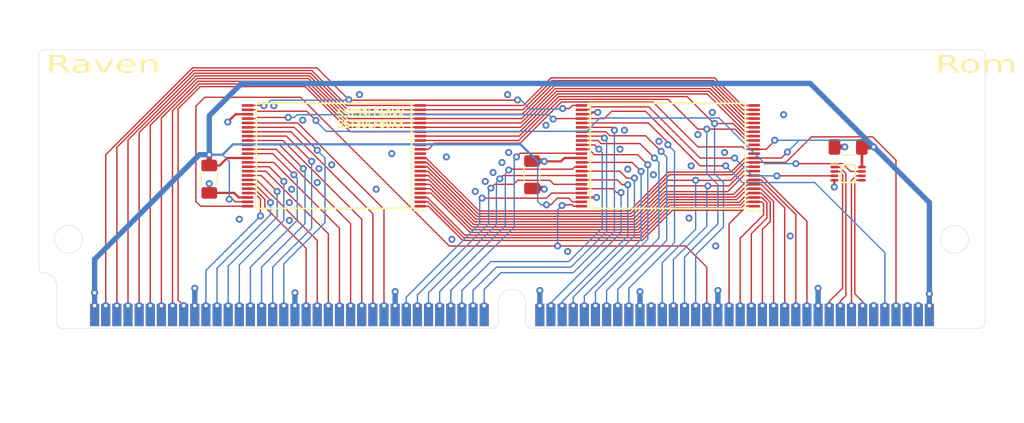
<source format=kicad_pcb>
(kicad_pcb (version 20221018) (generator pcbnew)
  (title_block (title "Raven SMD ROM") (date "2025") (rev "A1") (company "Licensed under CERN-OHL-P v2") (comment 1 "Anders Granlund"))
  (layers (0 "F.Cu" signal) (1 "In1.Cu" signal) (2 "In2.Cu" signal) (31 "B.Cu" signal) (34 "B.Paste" user) (35 "F.Paste" user) (36 "B.SilkS" user "B.Silkscreen") (37 "F.SilkS" user "F.Silkscreen") (38 "B.Mask" user) (39 "F.Mask" user) (44 "Edge.Cuts" user))
  (net 0 "")
  (net 1 "A2")
  (net 2 "A3")
  (net 3 "A4")
  (net 4 "A5")
  (net 5 "A6")
  (net 6 "A7")
  (net 7 "A8")
  (net 8 "A9")
  (net 9 "A10")
  (net 10 "A11")
  (net 11 "A12")
  (net 12 "GND")
  (net 13 "D31")
  (net 14 "D30")
  (net 15 "D29")
  (net 16 "D28")
  (net 17 "D27")
  (net 18 "D26")
  (net 19 "D25")
  (net 20 "D24")
  (net 21 "D23")
  (net 22 "D22")
  (net 23 "D21")
  (net 24 "D20")
  (net 25 "D19")
  (net 26 "D18")
  (net 27 "D17")
  (net 28 "D16")
  (net 29 "D15")
  (net 30 "D14")
  (net 31 "D13")
  (net 32 "D12")
  (net 33 "D11")
  (net 34 "D10")
  (net 35 "D9")
  (net 36 "D8")
  (net 37 "D7")
  (net 38 "D6")
  (net 39 "D5")
  (net 40 "D4")
  (net 41 "D3")
  (net 42 "D2")
  (net 43 "D1")
  (net 44 "D0")
  (net 45 "A22")
  (net 46 "A21")
  (net 47 "A20")
  (net 48 "A19")
  (net 49 "A18")
  (net 50 "A17")
  (net 51 "A16")
  (net 52 "A15")
  (net 53 "A14")
  (net 54 "A13")
  (net 55 "~{CS1}")
  (net 56 "~{OE}")
  (net 57 "~{WE}")
  (net 58 "unconnected-(J1-nc-Pad67)")
  (net 59 "unconnected-(J1-nc-Pad70)")
  (net 60 "unconnected-(J1-nc-Pad71)")
  (net 61 "~{CS0}")
  (net 66 "~{BS1}")
  (net 67 "~{BS0}")
  (net 68 "~{BS3}")
  (net 69 "~{BS2}")
  (net 70 "VCC")
  (net 71 "unconnected-(J1-A21-Pad47)")
  (footprint "68k:SIMM72_edge" (layer "F.Cu") (at 51.0258 102.745)
    (fp_text reference "J1" hide)
    (fp_text value "SIMM72" hide)
    (fp_line (start 0 0) (end 0 6.096) (stroke (width 0.05)) (layer "Edge.Cuts"))
    (fp_line (start 0.254 6.35) (end 0.46 6.354793) (stroke (width 0.05)) (layer "Edge.Cuts"))
    (fp_line (start 2.03 12.065) (end 2.03 7.92) (stroke (width 0.05)) (layer "Edge.Cuts"))
    (fp_line (start 51.7652 12.7) (end 2.665 12.7) (stroke (width 0.05)) (layer "Edge.Cuts"))
    (fp_line (start 52.4002 12.065) (end 52.4002 9.8298) (stroke (width 0.05)) (layer "Edge.Cuts"))
    (fp_line (start 55.5498 12.065) (end 55.5498 9.8298) (stroke (width 0.05)) (layer "Edge.Cuts"))
    (fp_line (start 56.1848 12.7) (end 106.68 12.7) (stroke (width 0.05)) (layer "Edge.Cuts"))
    (fp_line (start 107.315 12.7) (end 106.68 12.7) (stroke (width 0.05)) (layer "Edge.Cuts"))
    (fp_line (start 107.95 0) (end 107.95 11.43) (stroke (width 0.05)) (layer "Edge.Cuts"))
    (fp_line (start 107.95 12.065) (end 107.95 11.43) (stroke (width 0.05)) (layer "Edge.Cuts"))
    (fp_arc (start 0.254 6.35) (mid 0.074395 6.275605) (end 0 6.096) (stroke (width 0.05)) (layer "Edge.Cuts"))
    (fp_arc (start 0.46 6.354793) (mid 1.568464 6.812942) (end 2.03 7.92) (stroke (width 0.05)) (layer "Edge.Cuts"))
    (fp_arc (start 2.665 12.7) (mid 2.215987 12.514013) (end 2.03 12.065) (stroke (width 0.05)) (layer "Edge.Cuts"))
    (fp_arc (start 52.4002 9.8298) (mid 53.975 8.255) (end 55.5498 9.8298) (stroke (width 0.05)) (layer "Edge.Cuts"))
    (fp_arc (start 52.4002 12.065) (mid 52.214213 12.514013) (end 51.7652 12.7) (stroke (width 0.05)) (layer "Edge.Cuts"))
    (fp_arc (start 56.1848 12.7) (mid 55.735787 12.514013) (end 55.5498 12.065) (stroke (width 0.05)) (layer "Edge.Cuts"))
    (fp_arc (start 107.95 12.065) (mid 107.764013 12.514013) (end 107.315 12.7) (stroke (width 0.05)) (layer "Edge.Cuts"))
    (fp_circle (center 3.38 2.54) (end 4.953 2.3114) (stroke (width 0.05)) (fill none) (layer "Edge.Cuts"))
    (fp_circle (center 104.4702 2.54) (end 106.0602 2.54) (stroke (width 0.05)) (fill none) (layer "Edge.Cuts"))
  )
  (footprint "68k:SOP50P2000X120-48N" (layer "F.Cu") (at 122.78 95.76 180)
    (fp_text reference "IC3" hide)
    (fp_text value "SST39LFx01" hide)
  )
  (footprint "Capacitor_SMD:C_1206_3216Metric_Pad1.33x1.80mm_HandSolder" (layer "F.Cu") (at 107.286 97.919 -90)
    (fp_text reference "C3" hide)
    (fp_text value "0.1uF" hide)
  )
  (footprint "68k:SOP50P310X90-8N" (layer "F.Cu") (at 143.354 97.792)
    (fp_text reference "IC1" hide)
    (fp_text value "SN74LVC2G08DCUR" hide)
  )
  (footprint "Capacitor_SMD:C_1206_3216Metric_Pad1.33x1.80mm_HandSolder" (layer "F.Cu") (at 70.456 98.427 -90)
    (fp_text reference "C1" hide)
    (fp_text value "0.1uF" hide)
  )
  (footprint "Capacitor_SMD:C_1206_3216Metric_Pad1.33x1.80mm_HandSolder" (layer "F.Cu") (at 143.354 94.744 180)
    (fp_text reference "C2" hide)
    (fp_text value "0.1uF" hide)
  )
  (footprint "68k:SOP50P2000X120-48N" (layer "F.Cu") (at 84.68 95.76 180)
    (fp_text reference "IC2" hide)
    (fp_text value "SST39LFx01" hide)
  )
  (gr_arc (start 51.025 84.1776) (mid 51.17379 83.81839) (end 51.533 83.6696) (stroke (width 0.05)) (layer "Edge.Cuts"))
  (gr_arc (start 158.467 83.6696) (mid 158.82621 83.81839) (end 158.975 84.1776) (stroke (width 0.05)) (layer "Edge.Cuts"))
  (gr_line (start 158.975 84.1776) (end 158.9758 102.745) (stroke (width 0.05)) (layer "Edge.Cuts"))
  (gr_line (start 51.025 84.1776) (end 51.0258 102.745) (stroke (width 0.05)) (layer "Edge.Cuts"))
  (gr_line (start 158.467 83.6696) (end 51.533 83.6696) (stroke (width 0.05)) (layer "Edge.Cuts"))
  (gr_text "Rom" (at 153.26 86.616) (layer "F.SilkS") (effects (font (size 2 3)) (justify left bottom)))
  (gr_text "SST39LF40XX\nSST39LF80XX\n" (at 84.934 92.585) (layer "F.SilkS") (effects (font (size 0.762 0.762) (thickness 0.1905) bold) (justify left bottom)))
  (gr_text "Raven" (at 51.787 86.616) (layer "F.SilkS") (effects (font (size 2 3)) (justify left bottom)))
  (segment (start 111.893 90.01) (end 112.93 90.01) (width 0.1524) (layer "F.Cu") (net 1))
  (segment (start 76.644 90.01) (end 74.83 90.01) (width 0.1524) (layer "F.Cu") (net 1))
  (segment (start 82.743632 85.727) (end 68.551 85.727) (width 0.1524) (layer "F.Cu") (net 1))
  (segment (start 105.635 89.3819) (end 105.6069 89.41) (width 0.1524) (layer "F.Cu") (net 1))
  (segment (start 86.378816 89.362184) (end 82.743632 85.727) (width 0.1524) (layer "F.Cu") (net 1))
  (segment (start 111.540866 90.362134) (end 111.893 90.01) (width 0.1524) (layer "F.Cu") (net 1))
  (segment (start 76.679 90.045) (end 76.644 90.01) (width 0.1524) (layer "F.Cu") (net 1))
  (segment (start 68.551 85.727) (end 58.645 95.633) (width 0.1524) (layer "F.Cu") (net 1))
  (segment (start 110.778134 90.362134) (end 111.540866 90.362134) (width 0.1524) (layer "F.Cu") (net 1))
  (segment (start 86.378816 89.362184) (end 86.426632 89.41) (width 0.1524) (layer "F.Cu") (net 1))
  (segment (start 86.426632 89.41) (end 105.6069 89.41) (width 0.1524) (layer "F.Cu") (net 1))
  (segment (start 58.645 95.633) (end 58.645 112.8542) (width 0.1524) (layer "F.Cu") (net 1))
  (via (at 58.645 112.8542) (size 0.8) (drill 0.4) (layers "F.Cu" "B.Cu") (net 1))
  (via (at 86.378816 89.362184) (size 0.8) (drill 0.4) (layers "F.Cu" "B.Cu") (net 1))
  (via (at 76.679 90.045) (size 0.8) (drill 0.4) (layers "F.Cu" "B.Cu") (net 1))
  (via (at 105.635 89.3819) (size 0.8) (drill 0.4) (layers "F.Cu" "B.Cu") (net 1))
  (via (at 110.778134 90.362134) (size 0.8) (drill 0.4) (layers "F.Cu" "B.Cu") (net 1))
  (segment (start 86.378816 89.362184) (end 86.331 89.41) (width 0.1524) (layer "B.Cu") (net 1))
  (segment (start 105.9879 89.3819) (end 105.635 89.3819) (width 0.1524) (layer "B.Cu") (net 1))
  (segment (start 76.865 90.045) (end 76.679 90.045) (width 0.1524) (layer "B.Cu") (net 1))
  (segment (start 110.778134 90.362134) (end 110.714268 90.426) (width 0.1524) (layer "B.Cu") (net 1))
  (segment (start 110.714268 90.426) (end 107.032 90.426) (width 0.1524) (layer "B.Cu") (net 1))
  (segment (start 86.331 89.41) (end 77.5 89.41) (width 0.1524) (layer "B.Cu") (net 1))
  (segment (start 77.5 89.41) (end 76.865 90.045) (width 0.1524) (layer "B.Cu") (net 1))
  (segment (start 107.032 90.426) (end 105.9879 89.3819) (width 0.1524) (layer "B.Cu") (net 1))
  (segment (start 131.265578 90.01) (end 132.63 90.01) (width 0.1524) (layer "F.Cu") (net 2))
  (segment (start 82.160164 86.0318) (end 86.138364 90.01) (width 0.1524) (layer "F.Cu") (net 2))
  (segment (start 59.915 94.794052) (end 68.677252 86.0318) (width 0.1524) (layer "F.Cu") (net 2))
  (segment (start 128.125578 86.87) (end 131.265578 90.01) (width 0.1524) (layer "F.Cu") (net 2))
  (segment (start 68.677252 86.0318) (end 82.160164 86.0318) (width 0.1524) (layer "F.Cu") (net 2))
  (segment (start 86.138364 90.01) (end 94.53 90.01) (width 0.1524) (layer "F.Cu") (net 2))
  (segment (start 109.445 86.87) (end 128.125578 86.87) (width 0.1524) (layer "F.Cu") (net 2))
  (segment (start 59.915 112.8542) (end 59.915 94.794052) (width 0.1524) (layer "F.Cu") (net 2))
  (segment (start 94.53 90.01) (end 106.305 90.01) (width 0.1524) (layer "F.Cu") (net 2))
  (segment (start 106.305 90.01) (end 109.445 86.87) (width 0.1524) (layer "F.Cu") (net 2))
  (via (at 59.915 112.8542) (size 0.8) (drill 0.4) (layers "F.Cu" "B.Cu") (net 2))
  (segment (start 132.63 90.51) (end 131.334526 90.51) (width 0.1524) (layer "F.Cu") (net 3))
  (segment (start 61.185 93.955104) (end 61.185 112.8542) (width 0.1524) (layer "F.Cu") (net 3))
  (segment (start 94.53 90.51) (end 86.207312 90.51) (width 0.1524) (layer "F.Cu") (net 3))
  (segment (start 68.803504 86.3366) (end 61.185 93.955104) (width 0.1524) (layer "F.Cu") (net 3))
  (segment (start 82.033912 86.3366) (end 68.803504 86.3366) (width 0.1524) (layer "F.Cu") (net 3))
  (segment (start 86.207312 90.51) (end 82.033912 86.3366) (width 0.1524) (layer "F.Cu") (net 3))
  (segment (start 131.334526 90.51) (end 127.999326 87.1748) (width 0.1524) (layer "F.Cu") (net 3))
  (segment (start 109.571252 87.1748) (end 106.236052 90.51) (width 0.1524) (layer "F.Cu") (net 3))
  (segment (start 127.999326 87.1748) (end 109.571252 87.1748) (width 0.1524) (layer "F.Cu") (net 3))
  (segment (start 106.236052 90.51) (end 94.53 90.51) (width 0.1524) (layer "F.Cu") (net 3))
  (via (at 61.185 112.8542) (size 0.8) (drill 0.4) (layers "F.Cu" "B.Cu") (net 3))
  (segment (start 106.167104 91.01) (end 109.697504 87.4796) (width 0.1524) (layer "F.Cu") (net 4))
  (segment (start 62.455 93.116156) (end 68.929756 86.6414) (width 0.1524) (layer "F.Cu") (net 4))
  (segment (start 94.53 91.01) (end 106.167104 91.01) (width 0.1524) (layer "F.Cu") (net 4))
  (segment (start 62.455 112.8542) (end 62.455 93.116156) (width 0.1524) (layer "F.Cu") (net 4))
  (segment (start 81.90766 86.6414) (end 86.27626 91.01) (width 0.1524) (layer "F.Cu") (net 4))
  (segment (start 131.403474 91.01) (end 132.63 91.01) (width 0.1524) (layer "F.Cu") (net 4))
  (segment (start 109.697504 87.4796) (end 127.873074 87.4796) (width 0.1524) (layer "F.Cu") (net 4))
  (segment (start 86.27626 91.01) (end 94.53 91.01) (width 0.1524) (layer "F.Cu") (net 4))
  (segment (start 127.873074 87.4796) (end 131.403474 91.01) (width 0.1524) (layer "F.Cu") (net 4))
  (segment (start 68.929756 86.6414) (end 81.90766 86.6414) (width 0.1524) (layer "F.Cu") (net 4))
  (via (at 62.455 112.8542) (size 0.8) (drill 0.4) (layers "F.Cu" "B.Cu") (net 4))
  (segment (start 69.056008 86.9462) (end 63.725 92.277208) (width 0.1524) (layer "F.Cu") (net 5))
  (segment (start 132.63 91.51) (end 131.472422 91.51) (width 0.1524) (layer "F.Cu") (net 5))
  (segment (start 63.725 92.277208) (end 63.725 112.8542) (width 0.1524) (layer "F.Cu") (net 5))
  (segment (start 94.53 91.51) (end 86.345208 91.51) (width 0.1524) (layer "F.Cu") (net 5))
  (segment (start 109.823756 87.7844) (end 106.098156 91.51) (width 0.1524) (layer "F.Cu") (net 5))
  (segment (start 86.345208 91.51) (end 81.781408 86.9462) (width 0.1524) (layer "F.Cu") (net 5))
  (segment (start 131.472422 91.51) (end 127.746822 87.7844) (width 0.1524) (layer "F.Cu") (net 5))
  (segment (start 127.746822 87.7844) (end 109.823756 87.7844) (width 0.1524) (layer "F.Cu") (net 5))
  (segment (start 106.098156 91.51) (end 94.53 91.51) (width 0.1524) (layer "F.Cu") (net 5))
  (segment (start 81.781408 86.9462) (end 69.056008 86.9462) (width 0.1524) (layer "F.Cu") (net 5))
  (via (at 63.725 112.8542) (size 0.8) (drill 0.4) (layers "F.Cu" "B.Cu") (net 5))
  (segment (start 109.950008 88.0892) (end 127.605252 88.0892) (width 0.1524) (layer "F.Cu") (net 6))
  (segment (start 81.655156 87.251) (end 86.414156 92.01) (width 0.1524) (layer "F.Cu") (net 6))
  (segment (start 64.995 91.442) (end 69.186 87.251) (width 0.1524) (layer "F.Cu") (net 6))
  (segment (start 86.414156 92.01) (end 94.53 92.01) (width 0.1524) (layer "F.Cu") (net 6))
  (segment (start 69.186 87.251) (end 81.655156 87.251) (width 0.1524) (layer "F.Cu") (net 6))
  (segment (start 106.029208 92.01) (end 109.950008 88.0892) (width 0.1524) (layer "F.Cu") (net 6))
  (segment (start 127.605252 88.0892) (end 131.526052 92.01) (width 0.1524) (layer "F.Cu") (net 6))
  (segment (start 131.526052 92.01) (end 132.63 92.01) (width 0.1524) (layer "F.Cu") (net 6))
  (segment (start 94.53 92.01) (end 106.029208 92.01) (width 0.1524) (layer "F.Cu") (net 6))
  (segment (start 64.995 112.8542) (end 64.995 91.442) (width 0.1524) (layer "F.Cu") (net 6))
  (via (at 64.995 112.8542) (size 0.8) (drill 0.4) (layers "F.Cu" "B.Cu") (net 6))
  (segment (start 131.595 92.51) (end 127.479 88.394) (width 0.1524) (layer "F.Cu") (net 7))
  (segment (start 86.483104 92.51) (end 81.528904 87.5558) (width 0.1524) (layer "F.Cu") (net 7))
  (segment (start 81.528904 87.5558) (end 69.312252 87.5558) (width 0.1524) (layer "F.Cu") (net 7))
  (segment (start 66.265 90.603052) (end 66.265 112.8542) (width 0.1524) (layer "F.Cu") (net 7))
  (segment (start 110.07626 88.394) (end 105.96026 92.51) (width 0.1524) (layer "F.Cu") (net 7))
  (segment (start 105.96026 92.51) (end 94.53 92.51) (width 0.1524) (layer "F.Cu") (net 7))
  (segment (start 132.63 92.51) (end 131.595 92.51) (width 0.1524) (layer "F.Cu") (net 7))
  (segment (start 94.53 92.51) (end 86.483104 92.51) (width 0.1524) (layer "F.Cu") (net 7))
  (segment (start 127.479 88.394) (end 110.07626 88.394) (width 0.1524) (layer "F.Cu") (net 7))
  (segment (start 69.312252 87.5558) (end 66.265 90.603052) (width 0.1524) (layer "F.Cu") (net 7))
  (via (at 66.265 112.8542) (size 0.8) (drill 0.4) (layers "F.Cu" "B.Cu") (net 7))
  (segment (start 67.535 112.8542) (end 66.9 112.2192) (width 0.1524) (layer "F.Cu") (net 8))
  (segment (start 69.438504 87.8606) (end 81.402652 87.8606) (width 0.1524) (layer "F.Cu") (net 8))
  (segment (start 94.53 93.01) (end 105.891312 93.01) (width 0.1524) (layer "F.Cu") (net 8))
  (segment (start 66.9 112.2192) (end 66.9 90.399104) (width 0.1524) (layer "F.Cu") (net 8))
  (segment (start 127.2758 88.6988) (end 131.587 93.01) (width 0.1524) (layer "F.Cu") (net 8))
  (segment (start 86.552052 93.01) (end 94.53 93.01) (width 0.1524) (layer "F.Cu") (net 8))
  (segment (start 66.9 90.399104) (end 69.438504 87.8606) (width 0.1524) (layer "F.Cu") (net 8))
  (segment (start 131.587 93.01) (end 132.63 93.01) (width 0.1524) (layer "F.Cu") (net 8))
  (segment (start 110.202512 88.6988) (end 127.2758 88.6988) (width 0.1524) (layer "F.Cu") (net 8))
  (segment (start 81.402652 87.8606) (end 86.552052 93.01) (width 0.1524) (layer "F.Cu") (net 8))
  (segment (start 105.891312 93.01) (end 110.202512 88.6988) (width 0.1524) (layer "F.Cu") (net 8))
  (via (at 67.535 112.8542) (size 0.8) (drill 0.4) (layers "F.Cu" "B.Cu") (net 8))
  (segment (start 133.4324 98.01) (end 138.655 103.2326) (width 0.1524) (layer "F.Cu") (net 9))
  (segment (start 131.452 98.01) (end 132.63 98.01) (width 0.1524) (layer "F.Cu") (net 9))
  (segment (start 122.404236 99.8494) (end 129.6126 99.8494) (width 0.1524) (layer "F.Cu") (net 9))
  (segment (start 94.53 98.01) (end 95.470296 98.01) (width 0.1524) (layer "F.Cu") (net 9))
  (segment (start 100.738696 103.2784) (end 118.975236 103.2784) (width 0.1524) (layer "F.Cu") (net 9))
  (segment (start 118.975236 103.2784) (end 122.404236 99.8494) (width 0.1524) (layer "F.Cu") (net 9))
  (segment (start 95.470296 98.01) (end 100.738696 103.2784) (width 0.1524) (layer "F.Cu") (net 9))
  (segment (start 138.655 103.2326) (end 138.655 112.8542) (width 0.1524) (layer "F.Cu") (net 9))
  (segment (start 132.63 98.01) (end 133.4324 98.01) (width 0.1524) (layer "F.Cu") (net 9))
  (segment (start 129.6126 99.8494) (end 131.452 98.01) (width 0.1524) (layer "F.Cu") (net 9))
  (via (at 138.655 112.8542) (size 0.8) (drill 0.4) (layers "F.Cu" "B.Cu") (net 9))
  (segment (start 132.63 98.51) (end 133.4324 98.51) (width 0.1524) (layer "F.Cu") (net 10))
  (segment (start 133.4324 98.51) (end 137.385 102.4626) (width 0.1524) (layer "F.Cu") (net 10))
  (segment (start 119.101488 103.5832) (end 100.612444 103.5832) (width 0.1524) (layer "F.Cu") (net 10))
  (segment (start 130.2782 100.1542) (end 122.530488 100.1542) (width 0.1524) (layer "F.Cu") (net 10))
  (segment (start 137.385 102.4626) (end 137.385 112.8542) (width 0.1524) (layer "F.Cu") (net 10))
  (segment (start 131.9224 98.51) (end 130.2782 100.1542) (width 0.1524) (layer "F.Cu") (net 10))
  (segment (start 122.530488 100.1542) (end 119.101488 103.5832) (width 0.1524) (layer "F.Cu") (net 10))
  (segment (start 95.539244 98.51) (end 94.53 98.51) (width 0.1524) (layer "F.Cu") (net 10))
  (segment (start 132.63 98.51) (end 131.9224 98.51) (width 0.1524) (layer "F.Cu") (net 10))
  (segment (start 100.612444 103.5832) (end 95.539244 98.51) (width 0.1524) (layer "F.Cu") (net 10))
  (via (at 137.385 112.8542) (size 0.8) (drill 0.4) (layers "F.Cu" "B.Cu") (net 10))
  (segment (start 100.486192 103.888) (end 119.22774 103.888) (width 0.1524) (layer "F.Cu") (net 11))
  (segment (start 119.22774 103.888) (end 122.65674 100.459) (width 0.1524) (layer "F.Cu") (net 11))
  (segment (start 94.53 99.01) (end 95.608192 99.01) (width 0.1524) (layer "F.Cu") (net 11))
  (segment (start 95.608192 99.01) (end 100.486192 103.888) (width 0.1524) (layer "F.Cu") (net 11))
  (segment (start 133.4324 99.01) (end 136.115 101.6926) (width 0.1524) (layer "F.Cu") (net 11))
  (segment (start 122.65674 100.459) (end 130.492748 100.459) (width 0.1524) (layer "F.Cu") (net 11))
  (segment (start 132.63 99.01) (end 133.4324 99.01) (width 0.1524) (layer "F.Cu") (net 11))
  (segment (start 131.941748 99.01) (end 132.63 99.01) (width 0.1524) (layer "F.Cu") (net 11))
  (segment (start 130.492748 100.459) (end 131.941748 99.01) (width 0.1524) (layer "F.Cu") (net 11))
  (segment (start 136.115 101.6926) (end 136.115 112.8542) (width 0.1524) (layer "F.Cu") (net 11))
  (via (at 136.115 112.8542) (size 0.8) (drill 0.4) (layers "F.Cu" "B.Cu") (net 11))
  (segment (start 114.1509 90.8001) (end 113.941 91.01) (width 0.254) (layer "F.Cu") (net 12))
  (segment (start 141.7915 94.744) (end 142.973 94.744) (width 0.6096) (layer "F.Cu") (net 12))
  (segment (start 141.779 99.316) (end 141.779 98.542) (width 0.254) (layer "F.Cu") (net 12))
  (segment (start 74.83 91.01) (end 73.461068 91.01) (width 0.254) (layer "F.Cu") (net 12))
  (segment (start 107.286 99.4815) (end 108.5945 99.4815) (width 0.6096) (layer "F.Cu") (net 12))
  (segment (start 74.83 100.51) (end 73.809 100.51) (width 0.254) (layer "F.Cu") (net 12))
  (segment (start 70.456 99.9895) (end 70.456 98.935) (width 0.254) (layer "F.Cu") (net 12))
  (segment (start 108.5945 99.4815) (end 108.683 99.57) (width 0.254) (layer "F.Cu") (net 12))
  (segment (start 73.2885 99.9895) (end 70.456 99.9895) (width 0.254) (layer "F.Cu") (net 12))
  (segment (start 73.809 100.51) (end 73.2885 99.9895) (width 0.254) (layer "F.Cu") (net 12))
  (segment (start 114.779 90.8001) (end 114.1509 90.8001) (width 0.254) (layer "F.Cu") (net 12))
  (segment (start 73.461068 91.01) (end 72.568034 91.903034) (width 0.254) (layer "F.Cu") (net 12))
  (segment (start 114.6518 100.51) (end 114.652 100.5098) (width 0.254) (layer "F.Cu") (net 12))
  (segment (start 112.93 100.51) (end 114.6518 100.51) (width 0.254) (layer "F.Cu") (net 12))
  (segment (start 113.941 91.01) (end 112.93 91.01) (width 0.254) (layer "F.Cu") (net 12))
  (via (at 101.952 98.681) (size 0.8) (drill 0.4) (layers "F.Cu" "B.Cu") (net 12))
  (via (at 121.764 94.109) (size 0.8) (drill 0.4) (layers "F.Cu" "B.Cu") (net 12))
  (via (at 127.86 90.8139) (size 0.8) (drill 0.4) (layers "F.Cu" "B.Cu") (net 12))
  (via (at 108.175 111.127) (size 0.8) (drill 0.4) (layers "F.Cu" "B.Cu") (net 12))
  (via (at 142.973 94.744) (size 0.8) (drill 0.4) (layers "F.Cu" "B.Cu") (net 12))
  (via (at 79.5931 101.094) (size 0.8) (drill 0.4) (layers "F.Cu" "B.Cu") (net 12))
  (via (at 114.779 90.8001) (size 0.8) (drill 0.4) (layers "F.Cu" "B.Cu") (net 12))
  (via (at 68.805 110.873) (size 0.8) (drill 0.4) (layers "F.Cu" "B.Cu") (net 12))
  (via (at 128.495 112.8542) (size 0.8) (drill 0.4) (layers "F.Cu" "B.Cu") (net 12))
  (via (at 121.1359 97.919) (size 0.8) (drill 0.4) (layers "F.Cu" "B.Cu") (net 12))
  (via (at 68.805 112.8542) (size 0.8) (drill 0.4) (layers "F.Cu" "B.Cu") (net 12))
  (via (at 126.209 93.3401) (size 0.8) (drill 0.4) (layers "F.Cu" "B.Cu") (net 12))
  (via (at 128.495 111.127) (size 0.8) (drill 0.4) (layers "F.Cu" "B.Cu") (net 12))
  (via (at 70.456 98.935) (size 0.8) (drill 0.4) (layers "F.Cu" "B.Cu") (net 12))
  (via (at 80.235 111.381) (size 0.8) (drill 0.4) (layers "F.Cu" "B.Cu") (net 12))
  (via (at 111.35 106.6751) (size 0.8) (drill 0.4) (layers "F.Cu" "B.Cu") (net 12))
  (via (at 73.885 102.999) (size 0.8) (drill 0.4) (layers "F.Cu" "B.Cu") (net 12))
  (via (at 135.988 91.061) (size 0.8) (drill 0.4) (layers "F.Cu" "B.Cu") (net 12))
  (via (at 77.822 90.045) (size 0.8) (drill 0.4) (layers "F.Cu" "B.Cu") (net 12))
  (via (at 125.447 96.903) (size 0.8) (drill 0.4) (layers "F.Cu" "B.Cu") (net 12))
  (via (at 141.779 99.316) (size 0.8) (drill 0.4) (layers "F.Cu" "B.Cu") (net 12))
  (via (at 82.775 98.808) (size 0.8) (drill 0.4) (layers "F.Cu" "B.Cu") (net 12))
  (via (at 139.925 110.873) (size 0.8) (drill 0.4) (layers "F.Cu" "B.Cu") (net 12))
  (via (at 104.492 88.775) (size 0.8) (drill 0.4) (layers "F.Cu" "B.Cu") (net 12))
  (via (at 97.507 95.887) (size 0.8) (drill 0.4) (layers "F.Cu" "B.Cu") (net 12))
  (via (at 125.193 102.872) (size 0.8) (drill 0.4) (layers "F.Cu" "B.Cu") (net 12))
  (via (at 91.665 112.8542) (size 0.8) (drill 0.4) (layers "F.Cu" "B.Cu") (net 12))
  (via (at 114.652 100.5098) (size 0.8) (drill 0.4) (layers "F.Cu" "B.Cu") (net 12))
  (via (at 129.257 95.379) (size 0.8) (drill 0.4) (layers "F.Cu" "B.Cu") (net 12))
  (via (at 72.568034 91.903034) (size 0.8) (drill 0.4) (layers "F.Cu" "B.Cu") (net 12))
  (via (at 108.175 112.8542) (size 0.8) (drill 0.4) (layers "F.Cu" "B.Cu") (net 12))
  (via (at 89.506 99.57) (size 0.8) (drill 0.4) (layers "F.Cu" "B.Cu") (net 12))
  (via (at 79.5931 103.126) (size 0.8) (drill 0.4) (layers "F.Cu" "B.Cu") (net 12))
  (via (at 117.319 95.0049) (size 0.8) (drill 0.4) (layers "F.Cu" "B.Cu") (net 12))
  (via (at 81.124 91.6955) (size 0.8) (drill 0.4) (layers "F.Cu" "B.Cu") (net 12))
  (via (at 139.925 112.8542) (size 0.8) (drill 0.4) (layers "F.Cu" "B.Cu") (net 12))
  (via (at 91.665 111.254) (size 0.8) (drill 0.4) (layers "F.Cu" "B.Cu") (net 12))
  (via (at 108.683 99.57) (size 0.8) (drill 0.4) (layers "F.Cu" "B.Cu") (net 12))
  (via (at 79.8609 99.57) (size 0.8) (drill 0.4) (layers "F.Cu" "B.Cu") (net 12))
  (via (at 91.284 95.506) (size 0.8) (drill 0.4) (layers "F.Cu" "B.Cu") (net 12))
  (via (at 118.208 97.284) (size 0.8) (drill 0.4) (layers "F.Cu" "B.Cu") (net 12))
  (via (at 87.601 88.775) (size 0.8) (drill 0.4) (layers "F.Cu" "B.Cu") (net 12))
  (via (at 98.142 105.285) (size 0.8) (drill 0.4) (layers "F.Cu" "B.Cu") (net 12))
  (via (at 128.241 106.047) (size 0.8) (drill 0.4) (layers "F.Cu" "B.Cu") (net 12))
  (via (at 100.809 99.824) (size 0.8) (drill 0.4) (layers "F.Cu" "B.Cu") (net 12))
  (via (at 102.841 97.665) (size 0.8) (drill 0.4) (layers "F.Cu" "B.Cu") (net 12))
  (via (at 119.605 112.8542) (size 0.8) (drill 0.4) (layers "F.Cu" "B.Cu") (net 12))
  (via (at 104.619 95.379) (size 0.8) (drill 0.4) (layers "F.Cu" "B.Cu") (net 12))
  (via (at 80.235 112.8542) (size 0.8) (drill 0.4) (layers "F.Cu" "B.Cu") (net 12))
  (via (at 136.75 104.904) (size 0.8) (drill 0.4) (layers "F.Cu" "B.Cu") (net 12))
  (via (at 82.965134 97.220866) (size 0.8) (drill 0.4) (layers "F.Cu" "B.Cu") (net 12))
  (via (at 108.873134 92.267134) (size 0.8) (drill 0.4) (layers "F.Cu" "B.Cu") (net 12))
  (via (at 84.425634 96.776366) (size 0.8) (drill 0.4) (layers "F.Cu" "B.Cu") (net 12))
  (via (at 103.857 96.522) (size 0.8) (drill 0.4) (layers "F.Cu" "B.Cu") (net 12))
  (via (at 119.605 111.254) (size 0.8) (drill 0.4) (layers "F.Cu" "B.Cu") (net 12))
  (via (at 117.827 92.839) (size 0.8) (drill 0.4) (layers "F.Cu" "B.Cu") (net 12))
  (segment (start 80.235 111.381) (end 80.235 112.8542) (width 0.6096) (layer "B.Cu") (net 12))
  (segment (start 128.495 112.8542) (end 128.495 111.127) (width 0.6096) (layer "B.Cu") (net 12))
  (segment (start 108.175 111.127) (end 108.175 112.8542) (width 0.6096) (layer "B.Cu") (net 12))
  (segment (start 119.605 111.254) (end 119.605 112.8542) (width 0.6096) (layer "B.Cu") (net 12))
  (segment (start 91.665 111.254) (end 91.665 112.8542) (width 0.6096) (layer "B.Cu") (net 12))
  (segment (start 139.925 110.873) (end 139.925 112.8542) (width 0.6096) (layer "B.Cu") (net 12))
  (segment (start 68.805 110.873) (end 68.805 112.8542) (width 0.6096) (layer "B.Cu") (net 12))
  (segment (start 75.6324 100.01) (end 76.298 100.6756) (width 0.1524) (layer "F.Cu") (net 13))
  (segment (start 76.298 100.6756) (end 76.298 102.618) (width 0.1524) (layer "F.Cu") (net 13))
  (segment (start 74.83 100.01) (end 75.6324 100.01) (width 0.1524) (layer "F.Cu") (net 13))
  (via (at 70.075 112.8542) (size 0.8) (drill 0.4) (layers "F.Cu" "B.Cu") (net 13))
  (via (at 76.298 102.618) (size 0.8) (drill 0.4) (layers "F.Cu" "B.Cu") (net 13))
  (segment (start 76.298 102.618) (end 70.075 108.841) (width 0.1524) (layer "B.Cu") (net 13))
  (segment (start 70.075 108.841) (end 70.075 112.8542) (width 0.1524) (layer "B.Cu") (net 13))
  (segment (start 77.441 100.789948) (end 77.441 101.094) (width 0.1524) (layer "F.Cu") (net 14))
  (segment (start 75.661052 99.01) (end 77.441 100.789948) (width 0.1524) (layer "F.Cu") (net 14))
  (segment (start 74.83 99.01) (end 75.661052 99.01) (width 0.1524) (layer "F.Cu") (net 14))
  (via (at 77.441 101.094) (size 0.8) (drill 0.4) (layers "F.Cu" "B.Cu") (net 14))
  (via (at 71.345 112.8542) (size 0.8) (drill 0.4) (layers "F.Cu" "B.Cu") (net 14))
  (segment (start 77.441 102.491) (end 71.345 108.587) (width 0.1524) (layer "B.Cu") (net 14))
  (segment (start 77.441 101.094) (end 77.441 102.491) (width 0.1524) (layer "B.Cu") (net 14))
  (segment (start 71.345 108.587) (end 71.345 112.8542) (width 0.1524) (layer "B.Cu") (net 14))
  (segment (start 76.389 98.01) (end 74.83 98.01) (width 0.1524) (layer "F.Cu") (net 15))
  (segment (start 78.203 99.824) (end 76.389 98.01) (width 0.1524) (layer "F.Cu") (net 15))
  (via (at 72.615 112.8542) (size 0.8) (drill 0.4) (layers "F.Cu" "B.Cu") (net 15))
  (via (at 78.203 99.824) (size 0.8) (drill 0.4) (layers "F.Cu" "B.Cu") (net 15))
  (segment (start 78.203 102.745) (end 72.615 108.333) (width 0.1524) (layer "B.Cu") (net 15))
  (segment (start 72.615 108.333) (end 72.615 112.8542) (width 0.1524) (layer "B.Cu") (net 15))
  (segment (start 78.203 99.824) (end 78.203 102.745) (width 0.1524) (layer "B.Cu") (net 15))
  (segment (start 77.294 97.01) (end 74.83 97.01) (width 0.1524) (layer "F.Cu") (net 16))
  (segment (start 78.965 98.681) (end 77.294 97.01) (width 0.1524) (layer "F.Cu") (net 16))
  (via (at 73.885 112.8542) (size 0.8) (drill 0.4) (layers "F.Cu" "B.Cu") (net 16))
  (via (at 78.965 98.681) (size 0.8) (drill 0.4) (layers "F.Cu" "B.Cu") (net 16))
  (segment (start 78.965 98.681) (end 78.965 103.126) (width 0.1524) (layer "B.Cu") (net 16))
  (segment (start 78.965 103.126) (end 73.885 108.206) (width 0.1524) (layer "B.Cu") (net 16))
  (segment (start 73.885 108.206) (end 73.885 112.8542) (width 0.1524) (layer "B.Cu") (net 16))
  (segment (start 77.699732 95.51) (end 74.83 95.51) (width 0.1524) (layer "F.Cu") (net 17))
  (segment (start 80.108366 97.918634) (end 77.699732 95.51) (width 0.1524) (layer "F.Cu") (net 17))
  (via (at 80.108366 97.918634) (size 0.8) (drill 0.4) (layers "F.Cu" "B.Cu") (net 17))
  (via (at 75.155 112.8542) (size 0.8) (drill 0.4) (layers "F.Cu" "B.Cu") (net 17))
  (segment (start 80.489 103.126) (end 75.155 108.46) (width 0.1524) (layer "B.Cu") (net 17))
  (segment (start 80.108366 97.918634) (end 80.489 98.299268) (width 0.1524) (layer "B.Cu") (net 17))
  (segment (start 80.489 98.299268) (end 80.489 103.126) (width 0.1524) (layer "B.Cu") (net 17))
  (segment (start 75.155 108.46) (end 75.155 112.8542) (width 0.1524) (layer "B.Cu") (net 17))
  (segment (start 78.477732 94.51) (end 74.83 94.51) (width 0.1524) (layer "F.Cu") (net 18))
  (segment (start 81.187866 97.220134) (end 78.477732 94.51) (width 0.1524) (layer "F.Cu") (net 18))
  (via (at 81.187866 97.220134) (size 0.8) (drill 0.4) (layers "F.Cu" "B.Cu") (net 18))
  (via (at 76.425 112.8542) (size 0.8) (drill 0.4) (layers "F.Cu" "B.Cu") (net 18))
  (segment (start 81.378 97.410268) (end 81.378 103.507) (width 0.1524) (layer "B.Cu") (net 18))
  (segment (start 81.378 103.507) (end 76.425 108.46) (width 0.1524) (layer "B.Cu") (net 18))
  (segment (start 81.187866 97.220134) (end 81.378 97.410268) (width 0.1524) (layer "B.Cu") (net 18))
  (segment (start 76.425 108.46) (end 76.425 112.8542) (width 0.1524) (layer "B.Cu") (net 18))
  (segment (start 79.254268 93.51) (end 74.83 93.51) (width 0.1524) (layer "F.Cu") (net 19))
  (segment (start 82.139268 96.395) (end 79.254268 93.51) (width 0.1524) (layer "F.Cu") (net 19))
  (segment (start 82.14 96.395) (end 82.139268 96.395) (width 0.1524) (layer "F.Cu") (net 19))
  (via (at 82.14 96.395) (size 0.8) (drill 0.4) (layers "F.Cu" "B.Cu") (net 19))
  (via (at 77.695 112.8542) (size 0.8) (drill 0.4) (layers "F.Cu" "B.Cu") (net 19))
  (segment (start 82.14 96.395) (end 82.14 104.015) (width 0.1524) (layer "B.Cu") (net 19))
  (segment (start 82.14 104.015) (end 77.695 108.46) (width 0.1524) (layer "B.Cu") (net 19))
  (segment (start 77.695 108.46) (end 77.695 112.8542) (width 0.1524) (layer "B.Cu") (net 19))
  (segment (start 80.159268 92.51) (end 74.83 92.51) (width 0.1524) (layer "F.Cu") (net 20))
  (segment (start 82.774634 95.125366) (end 80.159268 92.51) (width 0.1524) (layer "F.Cu") (net 20))
  (via (at 78.965 112.8542) (size 0.8) (drill 0.4) (layers "F.Cu" "B.Cu") (net 20))
  (via (at 82.774634 95.125366) (size 0.8) (drill 0.4) (layers "F.Cu" "B.Cu") (net 20))
  (segment (start 83.664 103.38) (end 78.965 108.079) (width 0.1524) (layer "B.Cu") (net 20))
  (segment (start 78.965 108.079) (end 78.965 112.8542) (width 0.1524) (layer "B.Cu") (net 20))
  (segment (start 82.774634 95.125366) (end 83.664 96.014732) (width 0.1524) (layer "B.Cu") (net 20))
  (segment (start 83.664 96.014732) (end 83.664 103.38) (width 0.1524) (layer "B.Cu") (net 20))
  (segment (start 81.505 112.8542) (end 81.505 106.301) (width 0.1524) (layer "F.Cu") (net 21))
  (segment (start 75.5872 99.51) (end 74.83 99.51) (width 0.1524) (layer "F.Cu") (net 21))
  (segment (start 76.806 100.7288) (end 75.5872 99.51) (width 0.1524) (layer "F.Cu") (net 21))
  (segment (start 81.505 106.301) (end 76.806 101.602) (width 0.1524) (layer "F.Cu") (net 21))
  (segment (start 76.806 101.602) (end 76.806 100.7288) (width 0.1524) (layer "F.Cu") (net 21))
  (via (at 81.505 112.8542) (size 0.8) (drill 0.4) (layers "F.Cu" "B.Cu") (net 21))
  (segment (start 82.775 105.412) (end 75.873 98.51) (width 0.1524) (layer "F.Cu") (net 22))
  (segment (start 75.873 98.51) (end 74.83 98.51) (width 0.1524) (layer "F.Cu") (net 22))
  (segment (start 82.775 112.8542) (end 82.775 105.412) (width 0.1524) (layer "F.Cu") (net 22))
  (via (at 82.775 112.8542) (size 0.8) (drill 0.4) (layers "F.Cu" "B.Cu") (net 22))
  (segment (start 84.045 104.65) (end 76.905 97.51) (width 0.1524) (layer "F.Cu") (net 23))
  (segment (start 84.045 112.8542) (end 84.045 104.65) (width 0.1524) (layer "F.Cu") (net 23))
  (segment (start 76.905 97.51) (end 74.83 97.51) (width 0.1524) (layer "F.Cu") (net 23))
  (via (at 84.045 112.8542) (size 0.8) (drill 0.4) (layers "F.Cu" "B.Cu") (net 23))
  (segment (start 85.315 112.8542) (end 85.315 104.015) (width 0.1524) (layer "F.Cu") (net 24))
  (segment (start 77.81 96.51) (end 74.83 96.51) (width 0.1524) (layer "F.Cu") (net 24))
  (segment (start 85.315 104.015) (end 77.81 96.51) (width 0.1524) (layer "F.Cu") (net 24))
  (via (at 85.315 112.8542) (size 0.8) (drill 0.4) (layers "F.Cu" "B.Cu") (net 24))
  (segment (start 78.088 95.01) (end 74.83 95.01) (width 0.1524) (layer "F.Cu") (net 25))
  (segment (start 86.585 103.507) (end 78.088 95.01) (width 0.1524) (layer "F.Cu") (net 25))
  (segment (start 86.585 112.8542) (end 86.585 103.507) (width 0.1524) (layer "F.Cu") (net 25))
  (via (at 86.585 112.8542) (size 0.8) (drill 0.4) (layers "F.Cu" "B.Cu") (net 25))
  (segment (start 87.855 102.999) (end 78.866 94.01) (width 0.1524) (layer "F.Cu") (net 26))
  (segment (start 78.866 94.01) (end 74.83 94.01) (width 0.1524) (layer "F.Cu") (net 26))
  (segment (start 87.855 112.8542) (end 87.855 102.999) (width 0.1524) (layer "F.Cu") (net 26))
  (via (at 87.855 112.8542) (size 0.8) (drill 0.4) (layers "F.Cu" "B.Cu") (net 26))
  (segment (start 89.125 112.8542) (end 89.125 102.364) (width 0.1524) (layer "F.Cu") (net 27))
  (segment (start 79.771 93.01) (end 74.83 93.01) (width 0.1524) (layer "F.Cu") (net 27))
  (segment (start 89.125 102.364) (end 79.771 93.01) (width 0.1524) (layer "F.Cu") (net 27))
  (via (at 89.125 112.8542) (size 0.8) (drill 0.4) (layers "F.Cu" "B.Cu") (net 27))
  (segment (start 90.395 101.855475) (end 80.549525 92.01) (width 0.1524) (layer "F.Cu") (net 28))
  (segment (start 90.395 112.8542) (end 90.395 101.855475) (width 0.1524) (layer "F.Cu") (net 28))
  (segment (start 80.549525 92.01) (end 74.83 92.01) (width 0.1524) (layer "F.Cu") (net 28))
  (via (at 90.395 112.8542) (size 0.8) (drill 0.4) (layers "F.Cu" "B.Cu") (net 28))
  (segment (start 109.513 100.01) (end 112.93 100.01) (width 0.1524) (layer "F.Cu") (net 29))
  (segment (start 101.5779 100.586) (end 108.937 100.586) (width 0.1524) (layer "F.Cu") (net 29))
  (segment (start 108.937 100.586) (end 109.513 100.01) (width 0.1524) (layer "F.Cu") (net 29))
  (via (at 92.935 112.8542) (size 0.8) (drill 0.4) (layers "F.Cu" "B.Cu") (net 29))
  (via (at 101.5779 100.586) (size 0.8) (drill 0.4) (layers "F.Cu" "B.Cu") (net 29))
  (segment (start 101.317 103.507) (end 92.935 111.889) (width 0.1524) (layer "B.Cu") (net 29))
  (segment (start 92.935 111.889) (end 92.935 112.8542) (width 0.1524) (layer "B.Cu") (net 29))
  (segment (start 101.317 100.8469) (end 101.317 103.507) (width 0.1524) (layer "B.Cu") (net 29))
  (segment (start 101.5779 100.586) (end 101.317 100.8469) (width 0.1524) (layer "B.Cu") (net 29))
  (segment (start 105.1785 99.0105) (end 105.635 98.554) (width 0.1524) (layer "F.Cu") (net 30))
  (segment (start 109.318 98.554) (end 109.774 99.01) (width 0.1524) (layer "F.Cu") (net 30))
  (segment (start 109.774 99.01) (end 112.93 99.01) (width 0.1524) (layer "F.Cu") (net 30))
  (segment (start 112.878 99.062) (end 112.93 99.01) (width 0.1524) (layer "F.Cu") (net 30))
  (segment (start 105.635 98.554) (end 109.318 98.554) (width 0.1524) (layer "F.Cu") (net 30))
  (segment (start 103.0264 99.0105) (end 105.1785 99.0105) (width 0.1524) (layer "F.Cu") (net 30))
  (segment (start 102.5939 99.443) (end 103.0264 99.0105) (width 0.1524) (layer "F.Cu") (net 30))
  (via (at 94.205 112.8542) (size 0.8) (drill 0.4) (layers "F.Cu" "B.Cu") (net 30))
  (via (at 102.5939 99.443) (size 0.8) (drill 0.4) (layers "F.Cu" "B.Cu") (net 30))
  (segment (start 102.333 99.7039) (end 102.333 103.507) (width 0.1524) (layer "B.Cu") (net 30))
  (segment (start 102.5939 99.443) (end 102.333 99.7039) (width 0.1524) (layer "B.Cu") (net 30))
  (segment (start 94.205 111.635) (end 94.205 112.8542) (width 0.1524) (layer "B.Cu") (net 30))
  (segment (start 102.333 103.507) (end 94.205 111.635) (width 0.1524) (layer "B.Cu") (net 30))
  (segment (start 103.603 98.3819) (end 103.9749 98.01) (width 0.1524) (layer "F.Cu") (net 31))
  (segment (start 103.9749 98.01) (end 112.93 98.01) (width 0.1524) (layer "F.Cu") (net 31))
  (via (at 103.603 98.3819) (size 0.8) (drill 0.4) (layers "F.Cu" "B.Cu") (net 31))
  (via (at 95.475 112.8542) (size 0.8) (drill 0.4) (layers "F.Cu" "B.Cu") (net 31))
  (segment (start 103.222 103.634) (end 95.475 111.381) (width 0.1524) (layer "B.Cu") (net 31))
  (segment (start 103.603 98.3819) (end 103.222 98.7629) (width 0.1524) (layer "B.Cu") (net 31))
  (segment (start 95.475 111.381) (end 95.475 112.8542) (width 0.1524) (layer "B.Cu") (net 31))
  (segment (start 103.222 98.7629) (end 103.222 103.634) (width 0.1524) (layer "B.Cu") (net 31))
  (segment (start 112.1728 97.01) (end 112.93 97.01) (width 0.1524) (layer "F.Cu") (net 32))
  (segment (start 104.7238 97.284) (end 111.8988 97.284) (width 0.1524) (layer "F.Cu") (net 32))
  (segment (start 111.8988 97.284) (end 112.1728 97.01) (width 0.1524) (layer "F.Cu") (net 32))
  (segment (start 104.6259 97.3819) (end 104.7238 97.284) (width 0.1524) (layer "F.Cu") (net 32))
  (via (at 104.6259 97.3819) (size 0.8) (drill 0.4) (layers "F.Cu" "B.Cu") (net 32))
  (via (at 96.745 112.8542) (size 0.8) (drill 0.4) (layers "F.Cu" "B.Cu") (net 32))
  (segment (start 104.6259 97.3819) (end 104.6259 97.4041) (width 0.1524) (layer "B.Cu") (net 32))
  (segment (start 104.6259 97.4041) (end 104.238 97.792) (width 0.1524) (layer "B.Cu") (net 32))
  (segment (start 96.745 111.254) (end 96.745 112.8542) (width 0.1524) (layer "B.Cu") (net 32))
  (segment (start 104.238 103.761) (end 96.745 111.254) (width 0.1524) (layer "B.Cu") (net 32))
  (segment (start 104.238 97.792) (end 104.238 103.761) (width 0.1524) (layer "B.Cu") (net 32))
  (segment (start 112.8854 95.4654) (end 112.93 95.51) (width 0.1524) (layer "F.Cu") (net 33))
  (segment (start 105.508 95.887) (end 105.9296 95.4654) (width 0.1524) (layer "F.Cu") (net 33))
  (segment (start 105.9296 95.4654) (end 112.8854 95.4654) (width 0.1524) (layer "F.Cu") (net 33))
  (via (at 105.508 95.887) (size 0.8) (drill 0.4) (layers "F.Cu" "B.Cu") (net 33))
  (via (at 98.015 112.8542) (size 0.8) (drill 0.4) (layers "F.Cu" "B.Cu") (net 33))
  (segment (start 98.015 111.127) (end 98.015 112.8542) (width 0.1524) (layer "B.Cu") (net 33))
  (segment (start 105.254 96.141) (end 105.254 103.888) (width 0.1524) (layer "B.Cu") (net 33))
  (segment (start 105.508 95.887) (end 105.254 96.141) (width 0.1524) (layer "B.Cu") (net 33))
  (segment (start 105.254 103.888) (end 98.015 111.127) (width 0.1524) (layer "B.Cu") (net 33))
  (segment (start 114.4249 94.51) (end 112.93 94.51) (width 0.1524) (layer "F.Cu") (net 34))
  (segment (start 114.906 94.9911) (end 114.4249 94.51) (width 0.1524) (layer "F.Cu") (net 34))
  (via (at 114.906 94.9911) (size 0.8) (drill 0.4) (layers "F.Cu" "B.Cu") (net 34))
  (via (at 99.285 112.8542) (size 0.8) (drill 0.4) (layers "F.Cu" "B.Cu") (net 34))
  (segment (start 115.287 95.3721) (end 115.287 104.015) (width 0.1524) (layer "B.Cu") (net 34))
  (segment (start 111.477 107.825) (end 102.587 107.825) (width 0.1524) (layer "B.Cu") (net 34))
  (segment (start 99.285 111.127) (end 99.285 112.8542) (width 0.1524) (layer "B.Cu") (net 34))
  (segment (start 115.287 104.015) (end 111.477 107.825) (width 0.1524) (layer "B.Cu") (net 34))
  (segment (start 102.587 107.825) (end 99.285 111.127) (width 0.1524) (layer "B.Cu") (net 34))
  (segment (start 114.906 94.9911) (end 115.287 95.3721) (width 0.1524) (layer "B.Cu") (net 34))
  (segment (start 115.3161 93.51) (end 112.93 93.51) (width 0.1524) (layer "F.Cu") (net 35))
  (segment (start 115.541 93.7349) (end 115.3161 93.51) (width 0.1524) (layer "F.Cu") (net 35))
  (via (at 100.555 112.8542) (size 0.8) (drill 0.4) (layers "F.Cu" "B.Cu") (net 35))
  (via (at 115.541 93.7349) (size 0.8) (drill 0.4) (layers "F.Cu" "B.Cu") (net 35))
  (segment (start 115.795 93.9889) (end 115.795 104.396) (width 0.1524) (layer "B.Cu") (net 35))
  (segment (start 115.795 104.396) (end 111.731 108.46) (width 0.1524) (layer "B.Cu") (net 35))
  (segment (start 103.222 108.46) (end 100.555 111.127) (width 0.1524) (layer "B.Cu") (net 35))
  (segment (start 111.731 108.46) (end 103.222 108.46) (width 0.1524) (layer "B.Cu") (net 35))
  (segment (start 115.541 93.7349) (end 115.795 93.9889) (width 0.1524) (layer "B.Cu") (net 35))
  (segment (start 100.555 111.127) (end 100.555 112.8542) (width 0.1524) (layer "B.Cu") (net 35))
  (segment (start 116.684 92.839) (end 116.355 92.51) (width 0.1524) (layer "F.Cu") (net 36))
  (segment (start 116.355 92.51) (end 112.93 92.51) (width 0.1524) (layer "F.Cu") (net 36))
  (via (at 101.825 112.8542) (size 0.8) (drill 0.4) (layers "F.Cu" "B.Cu") (net 36))
  (via (at 116.684 92.839) (size 0.8) (drill 0.4) (layers "F.Cu" "B.Cu") (net 36))
  (segment (start 116.684 104.396) (end 111.985 109.095) (width 0.1524) (layer "B.Cu") (net 36))
  (segment (start 111.985 109.095) (end 103.73 109.095) (width 0.1524) (layer "B.Cu") (net 36))
  (segment (start 103.73 109.095) (end 101.825 111) (width 0.1524) (layer "B.Cu") (net 36))
  (segment (start 101.825 111) (end 101.825 112.8542) (width 0.1524) (layer "B.Cu") (net 36))
  (segment (start 116.684 92.839) (end 116.684 104.396) (width 0.1524) (layer "B.Cu") (net 36))
  (segment (start 116.497 99.51) (end 116.938 99.951) (width 0.1524) (layer "F.Cu") (net 37))
  (segment (start 112.93 99.51) (end 116.497 99.51) (width 0.1524) (layer "F.Cu") (net 37))
  (segment (start 116.938 99.951) (end 117.446 99.951) (width 0.1524) (layer "F.Cu") (net 37))
  (via (at 117.446 99.951) (size 0.8) (drill 0.4) (layers "F.Cu" "B.Cu") (net 37))
  (via (at 109.445 112.8542) (size 0.8) (drill 0.4) (layers "F.Cu" "B.Cu") (net 37))
  (segment (start 109.445 112.524) (end 109.445 112.8542) (width 0.1524) (layer "B.Cu") (net 37))
  (segment (start 117.446 99.951) (end 117.446 104.523) (width 0.1524) (layer "B.Cu") (net 37))
  (segment (start 117.446 104.523) (end 109.445 112.524) (width 0.1524) (layer "B.Cu") (net 37))
  (segment (start 117.021 98.51) (end 112.93 98.51) (width 0.1524) (layer "F.Cu") (net 38))
  (segment (start 117.573 99.062) (end 117.021 98.51) (width 0.1524) (layer "F.Cu") (net 38))
  (segment (start 118.208 99.062) (end 117.573 99.062) (width 0.1524) (layer "F.Cu") (net 38))
  (via (at 118.208 99.062) (size 0.8) (drill 0.4) (layers "F.Cu" "B.Cu") (net 38))
  (via (at 110.715 112.8542) (size 0.8) (drill 0.4) (layers "F.Cu" "B.Cu") (net 38))
  (segment (start 110.715 112.397) (end 110.715 112.8542) (width 0.1524) (layer "B.Cu") (net 38))
  (segment (start 118.208 104.904) (end 110.715 112.397) (width 0.1524) (layer "B.Cu") (net 38))
  (segment (start 118.208 99.062) (end 118.208 104.904) (width 0.1524) (layer "B.Cu") (net 38))
  (segment (start 118.081 98.3) (end 117.291 97.51) (width 0.1524) (layer "F.Cu") (net 39))
  (segment (start 117.291 97.51) (end 112.93 97.51) (width 0.1524) (layer "F.Cu") (net 39))
  (segment (start 118.97 98.3) (end 118.081 98.3) (width 0.1524) (layer "F.Cu") (net 39))
  (via (at 118.97 98.3) (size 0.8) (drill 0.4) (layers "F.Cu" "B.Cu") (net 39))
  (via (at 111.985 112.8542) (size 0.8) (drill 0.4) (layers "F.Cu" "B.Cu") (net 39))
  (segment (start 118.97 104.904) (end 111.985 111.889) (width 0.1524) (layer "B.Cu") (net 39))
  (segment (start 118.97 98.3) (end 118.97 104.904) (width 0.1524) (layer "B.Cu") (net 39))
  (segment (start 111.985 111.889) (end 111.985 112.8542) (width 0.1524) (layer "B.Cu") (net 39))
  (segment (start 119.732 97.538) (end 118.704 96.51) (width 0.1524) (layer "F.Cu") (net 40))
  (segment (start 118.704 96.51) (end 112.93 96.51) (width 0.1524) (layer "F.Cu") (net 40))
  (via (at 119.732 97.538) (size 0.8) (drill 0.4) (layers "F.Cu" "B.Cu") (net 40))
  (via (at 113.255 112.8542) (size 0.8) (drill 0.4) (layers "F.Cu" "B.Cu") (net 40))
  (segment (start 119.732 97.538) (end 119.732 105.285) (width 0.1524) (layer "B.Cu") (net 40))
  (segment (start 119.732 105.285) (end 113.255 111.762) (width 0.1524) (layer "B.Cu") (net 40))
  (segment (start 113.255 111.762) (end 113.255 112.8542) (width 0.1524) (layer "B.Cu") (net 40))
  (segment (start 114.398 95.633) (end 113.775 95.01) (width 0.1524) (layer "F.Cu") (net 41))
  (segment (start 113.775 95.01) (end 112.93 95.01) (width 0.1524) (layer "F.Cu") (net 41))
  (segment (start 120.494 96.776) (end 119.351 95.633) (width 0.1524) (layer "F.Cu") (net 41))
  (segment (start 119.351 95.633) (end 114.398 95.633) (width 0.1524) (layer "F.Cu") (net 41))
  (via (at 114.525 112.8542) (size 0.8) (drill 0.4) (layers "F.Cu" "B.Cu") (net 41))
  (via (at 120.494 96.776) (size 0.8) (drill 0.4) (layers "F.Cu" "B.Cu") (net 41))
  (segment (start 120.494 96.776) (end 120.494 105.285) (width 0.1524) (layer "B.Cu") (net 41))
  (segment (start 120.494 105.285) (end 114.525 111.254) (width 0.1524) (layer "B.Cu") (net 41))
  (segment (start 114.525 111.254) (end 114.525 112.8542) (width 0.1524) (layer "B.Cu") (net 41))
  (segment (start 114.807 94.01) (end 112.93 94.01) (width 0.1524) (layer "F.Cu") (net 42))
  (segment (start 119.605 94.363) (end 115.16 94.363) (width 0.1524) (layer "F.Cu") (net 42))
  (segment (start 121.256 96.014) (end 119.605 94.363) (width 0.1524) (layer "F.Cu") (net 42))
  (segment (start 115.16 94.363) (end 114.807 94.01) (width 0.1524) (layer "F.Cu") (net 42))
  (via (at 121.256 96.014) (size 0.8) (drill 0.4) (layers "F.Cu" "B.Cu") (net 42))
  (via (at 115.795 112.8542) (size 0.8) (drill 0.4) (layers "F.Cu" "B.Cu") (net 42))
  (segment (start 121.764 96.522) (end 121.764 105.158) (width 0.1524) (layer "B.Cu") (net 42))
  (segment (start 121.256 96.014) (end 121.764 96.522) (width 0.1524) (layer "B.Cu") (net 42))
  (segment (start 121.764 105.158) (end 115.795 111.127) (width 0.1524) (layer "B.Cu") (net 42))
  (segment (start 115.795 111.127) (end 115.795 112.8542) (width 0.1524) (layer "B.Cu") (net 42))
  (segment (start 115.705075 93.01) (end 112.93 93.01) (width 0.1524) (layer "F.Cu") (net 43))
  (segment (start 116.169075 93.474) (end 115.705075 93.01) (width 0.1524) (layer "F.Cu") (net 43))
  (segment (start 120.24 93.474) (end 116.169075 93.474) (width 0.1524) (layer "F.Cu") (net 43))
  (segment (start 122.018 95.252) (end 120.24 93.474) (width 0.1524) (layer "F.Cu") (net 43))
  (via (at 117.065 112.8542) (size 0.8) (drill 0.4) (layers "F.Cu" "B.Cu") (net 43))
  (via (at 122.018 95.252) (size 0.8) (drill 0.4) (layers "F.Cu" "B.Cu") (net 43))
  (segment (start 122.653 95.887) (end 122.653 105.412) (width 0.1524) (layer "B.Cu") (net 43))
  (segment (start 122.653 105.412) (end 117.065 111) (width 0.1524) (layer "B.Cu") (net 43))
  (segment (start 122.018 95.252) (end 122.653 95.887) (width 0.1524) (layer "B.Cu") (net 43))
  (segment (start 117.065 111) (end 117.065 112.8542) (width 0.1524) (layer "B.Cu") (net 43))
  (segment (start 120.554 92.01) (end 112.93 92.01) (width 0.1524) (layer "F.Cu") (net 44))
  (segment (start 122.78 94.236) (end 120.554 92.01) (width 0.1524) (layer "F.Cu") (net 44))
  (segment (start 122.78 94.49) (end 122.78 94.236) (width 0.1524) (layer "F.Cu") (net 44))
  (via (at 122.78 94.49) (size 0.8) (drill 0.4) (layers "F.Cu" "B.Cu") (net 44))
  (via (at 118.335 112.8542) (size 0.8) (drill 0.4) (layers "F.Cu" "B.Cu") (net 44))
  (segment (start 123.542 95.252) (end 123.542 105.666) (width 0.1524) (layer "B.Cu") (net 44))
  (segment (start 123.542 105.666) (end 118.335 110.873) (width 0.1524) (layer "B.Cu") (net 44))
  (segment (start 118.335 110.873) (end 118.335 112.8542) (width 0.1524) (layer "B.Cu") (net 44))
  (segment (start 122.78 94.49) (end 123.542 95.252) (width 0.1524) (layer "B.Cu") (net 44))
  (segment (start 129.962548 98.5604) (end 131.512948 97.01) (width 0.1524) (layer "F.Cu") (net 45))
  (segment (start 118.6652 102.6688) (end 100.9912 102.6688) (width 0.1524) (layer "F.Cu") (net 45))
  (segment (start 125.955 98.554) (end 125.9614 98.5604) (width 0.1524) (layer "F.Cu") (net 45))
  (segment (start 131.512948 97.01) (end 132.63 97.01) (width 0.1524) (layer "F.Cu") (net 45))
  (segment (start 122.78 98.554) (end 118.6652 102.6688) (width 0.1524) (layer "F.Cu") (net 45))
  (segment (start 95.3324 97.01) (end 94.53 97.01) (width 0.1524) (layer "F.Cu") (net 45))
  (segment (start 100.9912 102.6688) (end 95.3324 97.01) (width 0.1524) (layer "F.Cu") (net 45))
  (segment (start 125.955 98.554) (end 122.78 98.554) (width 0.1524) (layer "F.Cu") (net 45))
  (segment (start 125.9614 98.5604) (end 129.962548 98.5604) (width 0.1524) (layer "F.Cu") (net 45))
  (via (at 122.145 112.8542) (size 0.8) (drill 0.4) (layers "F.Cu" "B.Cu") (net 45))
  (via (at 125.955 98.554) (size 0.8) (drill 0.4) (layers "F.Cu" "B.Cu") (net 45))
  (segment (start 122.145 107.952) (end 125.955 104.142) (width 0.1524) (layer "B.Cu") (net 45))
  (segment (start 122.145 112.8542) (end 122.145 107.952) (width 0.1524) (layer "B.Cu") (net 45))
  (segment (start 125.955 104.142) (end 125.955 98.554) (width 0.1524) (layer "B.Cu") (net 45))
  (segment (start 127.352 99.189) (end 122.633584 99.189) (width 0.1524) (layer "F.Cu") (net 46))
  (segment (start 118.848984 102.9736) (end 100.864948 102.9736) (width 0.1524) (layer "F.Cu") (net 46))
  (segment (start 131.444 97.51) (end 132.63 97.51) (width 0.1524) (layer "F.Cu") (net 46))
  (segment (start 127.352 99.189) (end 129.765 99.189) (width 0.1524) (layer "F.Cu") (net 46))
  (segment (start 122.633584 99.189) (end 118.848984 102.9736) (width 0.1524) (layer "F.Cu") (net 46))
  (segment (start 129.765 99.189) (end 131.444 97.51) (width 0.1524) (layer "F.Cu") (net 46))
  (segment (start 95.401348 97.51) (end 94.53 97.51) (width 0.1524) (layer "F.Cu") (net 46))
  (segment (start 100.864948 102.9736) (end 95.401348 97.51) (width 0.1524) (layer "F.Cu") (net 46))
  (via (at 123.415 112.8542) (size 0.8) (drill 0.4) (layers "F.Cu" "B.Cu") (net 46))
  (via (at 127.352 99.189) (size 0.8) (drill 0.4) (layers "F.Cu" "B.Cu") (net 46))
  (segment (start 123.415 112.8542) (end 123.415 107.6091) (width 0.1524) (layer "B.Cu") (net 46))
  (segment (start 123.415 107.6091) (end 127.225 103.7991) (width 0.1524) (layer "B.Cu") (net 46))
  (segment (start 127.225 99.316) (end 127.352 99.189) (width 0.1524) (layer "B.Cu") (net 46))
  (segment (start 127.225 103.7991) (end 127.225 99.316) (width 0.1524) (layer "B.Cu") (net 46))
  (segment (start 127.225 92.712) (end 126.209 92.712) (width 0.1524) (layer "F.Cu") (net 47))
  (segment (start 131.724896 94.01) (end 132.63 94.01) (width 0.1524) (layer "F.Cu") (net 47))
  (segment (start 122.8054 89.3084) (end 110.455016 89.3084) (width 0.1524) (layer "F.Cu") (net 47))
  (segment (start 127.225 92.712) (end 130.426896 92.712) (width 0.1524) (layer "F.Cu") (net 47))
  (segment (start 130.426896 92.712) (end 131.724896 94.01) (width 0.1524) (layer "F.Cu") (net 47))
  (segment (start 105.753416 94.01) (end 94.53 94.01) (width 0.1524) (layer "F.Cu") (net 47))
  (segment (start 126.209 92.712) (end 122.8054 89.3084) (width 0.1524) (layer "F.Cu") (net 47))
  (segment (start 110.455016 89.3084) (end 105.753416 94.01) (width 0.1524) (layer "F.Cu") (net 47))
  (via (at 127.225 92.712) (size 0.8) (drill 0.4) (layers "F.Cu" "B.Cu") (net 47))
  (via (at 124.685 112.8542) (size 0.8) (drill 0.4) (layers "F.Cu" "B.Cu") (net 47))
  (segment (start 128.495 103.507) (end 124.685 107.317) (width 0.1524) (layer "B.Cu") (net 47))
  (segment (start 124.685 107.317) (end 124.685 112.8542) (width 0.1524) (layer "B.Cu") (net 47))
  (segment (start 127.225 97.792) (end 128.495 99.062) (width 0.1524) (layer "B.Cu") (net 47))
  (segment (start 128.495 99.062) (end 128.495 103.507) (width 0.1524) (layer "B.Cu") (net 47))
  (segment (start 127.225 92.712) (end 127.225 97.792) (width 0.1524) (layer "B.Cu") (net 47))
  (segment (start 128.0436 92.0701) (end 124.9771 89.0036) (width 0.1524) (layer "F.Cu") (net 48))
  (segment (start 128.114 92.0701) (end 128.0436 92.0701) (width 0.1524) (layer "F.Cu") (net 48))
  (segment (start 128.1209 92.077) (end 130.222948 92.077) (width 0.1524) (layer "F.Cu") (net 48))
  (segment (start 105.822364 93.51) (end 94.53 93.51) (width 0.1524) (layer "F.Cu") (net 48))
  (segment (start 128.114 92.0701) (end 128.1209 92.077) (width 0.1524) (layer "F.Cu") (net 48))
  (segment (start 124.9771 89.0036) (end 110.328764 89.0036) (width 0.1524) (layer "F.Cu") (net 48))
  (segment (start 110.328764 89.0036) (end 105.822364 93.51) (width 0.1524) (layer "F.Cu") (net 48))
  (segment (start 130.222948 92.077) (end 131.655948 93.51) (width 0.1524) (layer "F.Cu") (net 48))
  (segment (start 131.655948 93.51) (end 132.63 93.51) (width 0.1524) (layer "F.Cu") (net 48))
  (via (at 125.955 112.8542) (size 0.8) (drill 0.4) (layers "F.Cu" "B.Cu") (net 48))
  (via (at 128.114 92.0701) (size 0.8) (drill 0.4) (layers "F.Cu" "B.Cu") (net 48))
  (segment (start 128.114 97.792) (end 129.13 98.808) (width 0.1524) (layer "B.Cu") (net 48))
  (segment (start 128.114 92.0701) (end 128.114 97.792) (width 0.1524) (layer "B.Cu") (net 48))
  (segment (start 125.955 107.063) (end 125.955 112.8542) (width 0.1524) (layer "B.Cu") (net 48))
  (segment (start 129.13 103.888) (end 125.955 107.063) (width 0.1524) (layer "B.Cu") (net 48))
  (segment (start 129.13 98.808) (end 129.13 103.888) (width 0.1524) (layer "B.Cu") (net 48))
  (segment (start 112.02 101.51) (end 112.93 101.51) (width 0.1524) (layer "F.Cu") (net 49))
  (segment (start 127.225 108.46) (end 127.225 112.8542) (width 0.1524) (layer "F.Cu") (net 49))
  (segment (start 68.932 90.091312) (end 68.932 100.967) (width 0.1524) (layer "F.Cu") (net 49))
  (segment (start 111.858 101.348) (end 112.02 101.51) (width 0.1524) (layer "F.Cu") (net 49))
  (segment (start 110.207 106.047) (end 97.837948 106.047) (width 0.1524) (layer "F.Cu") (net 49))
  (segment (start 69.475 101.51) (end 74.83 101.51) (width 0.1524) (layer "F.Cu") (net 49))
  (segment (start 80.870748 89.0798) (end 69.943512 89.0798) (width 0.1524) (layer "F.Cu") (net 49))
  (segment (start 69.943512 89.0798) (end 68.932 90.091312) (width 0.1524) (layer "F.Cu") (net 49))
  (segment (start 110.7981 101.348) (end 110.715 101.4311) (width 0.1524) (layer "F.Cu") (net 49))
  (segment (start 124.812 106.047) (end 127.225 108.46) (width 0.1524) (layer "F.Cu") (net 49))
  (segment (start 97.837948 106.047) (end 80.870748 89.0798) (width 0.1524) (layer "F.Cu") (net 49))
  (segment (start 110.207 106.047) (end 124.812 106.047) (width 0.1524) (layer "F.Cu") (net 49))
  (segment (start 68.932 100.967) (end 69.475 101.51) (width 0.1524) (layer "F.Cu") (net 49))
  (segment (start 111.858 101.348) (end 110.7981 101.348) (width 0.1524) (layer "F.Cu") (net 49))
  (via (at 127.225 112.8542) (size 0.8) (drill 0.4) (layers "F.Cu" "B.Cu") (net 49))
  (via (at 110.715 101.4311) (size 0.8) (drill 0.4) (layers "F.Cu" "B.Cu") (net 49))
  (via (at 110.207 106.047) (size 0.8) (drill 0.4) (layers "F.Cu" "B.Cu") (net 49))
  (segment (start 110.207 101.9391) (end 110.207 106.047) (width 0.1524) (layer "B.Cu") (net 49))
  (segment (start 110.715 101.4311) (end 110.207 101.9391) (width 0.1524) (layer "B.Cu") (net 49))
  (segment (start 95.470296 101.51) (end 94.53 101.51) (width 0.1524) (layer "F.Cu") (net 50))
  (segment (start 129.765 103.507) (end 131.289 101.983) (width 0.1524) (layer "F.Cu") (net 50))
  (segment (start 99.372296 105.412) (end 95.470296 101.51) (width 0.1524) (layer "F.Cu") (net 50))
  (segment (start 131.762 101.51) (end 131.289 101.983) (width 0.1524) (layer "F.Cu") (net 50))
  (segment (start 131.289 101.983) (end 123.288 101.983) (width 0.1524) (layer "F.Cu") (net 50))
  (segment (start 129.765 112.8542) (end 129.765 103.507) (width 0.1524) (layer "F.Cu") (net 50))
  (segment (start 123.288 101.983) (end 119.859 105.412) (width 0.1524) (layer "F.Cu") (net 50))
  (segment (start 119.859 105.412) (end 99.372296 105.412) (width 0.1524) (layer "F.Cu") (net 50))
  (segment (start 132.63 101.51) (end 131.762 101.51) (width 0.1524) (layer "F.Cu") (net 50))
  (via (at 129.765 112.8542) (size 0.8) (drill 0.4) (layers "F.Cu" "B.Cu") (net 50))
  (segment (start 133.702 102.491) (end 133.702 101.221) (width 0.1524) (layer "F.Cu") (net 51))
  (segment (start 131.162748 101.6782) (end 131.830948 101.01) (width 0.1524) (layer "F.Cu") (net 51))
  (segment (start 123.161748 101.6782) (end 131.162748 101.6782) (width 0.1524) (layer "F.Cu") (net 51))
  (segment (start 94.53 101.01) (end 95.401348 101.01) (width 0.1524) (layer "F.Cu") (net 51))
  (segment (start 95.401348 101.01) (end 99.498548 105.1072) (width 0.1524) (layer "F.Cu") (net 51))
  (segment (start 133.491 101.01) (end 132.63 101.01) (width 0.1524) (layer "F.Cu") (net 51))
  (segment (start 133.702 101.221) (end 133.491 101.01) (width 0.1524) (layer "F.Cu") (net 51))
  (segment (start 99.498548 105.1072) (end 119.732748 105.1072) (width 0.1524) (layer "F.Cu") (net 51))
  (segment (start 131.035 112.8542) (end 131.035 105.158) (width 0.1524) (layer "F.Cu") (net 51))
  (segment (start 131.035 105.158) (end 133.702 102.491) (width 0.1524) (layer "F.Cu") (net 51))
  (segment (start 119.732748 105.1072) (end 123.161748 101.6782) (width 0.1524) (layer "F.Cu") (net 51))
  (segment (start 131.830948 101.01) (end 132.63 101.01) (width 0.1524) (layer "F.Cu") (net 51))
  (via (at 131.035 112.8542) (size 0.8) (drill 0.4) (layers "F.Cu" "B.Cu") (net 51))
  (segment (start 132.305 112.8542) (end 132.305 104.65) (width 0.1524) (layer "F.Cu") (net 52))
  (segment (start 123.035496 101.3734) (end 119.606496 104.8024) (width 0.1524) (layer "F.Cu") (net 52))
  (segment (start 134.083 102.872) (end 134.083 101.094) (width 0.1524) (layer "F.Cu") (net 52))
  (segment (start 95.3324 100.51) (end 94.53 100.51) (width 0.1524) (layer "F.Cu") (net 52))
  (segment (start 133.499 100.51) (end 132.63 100.51) (width 0.1524) (layer "F.Cu") (net 52))
  (segment (start 132.305 104.65) (end 134.083 102.872) (width 0.1524) (layer "F.Cu") (net 52))
  (segment (start 99.6248 104.8024) (end 95.3324 100.51) (width 0.1524) (layer "F.Cu") (net 52))
  (segment (start 131.036496 101.3734) (end 123.035496 101.3734) (width 0.1524) (layer "F.Cu") (net 52))
  (segment (start 132.63 100.51) (end 131.899896 100.51) (width 0.1524) (layer "F.Cu") (net 52))
  (segment (start 131.899896 100.51) (end 131.036496 101.3734) (width 0.1524) (layer "F.Cu") (net 52))
  (segment (start 119.606496 104.8024) (end 99.6248 104.8024) (width 0.1524) (layer "F.Cu") (net 52))
  (segment (start 134.083 101.094) (end 133.499 100.51) (width 0.1524) (layer "F.Cu") (net 52))
  (via (at 132.305 112.8542) (size 0.8) (drill 0.4) (layers "F.Cu" "B.Cu") (net 52))
  (segment (start 134.464 103.253) (end 134.464 101.043948) (width 0.1524) (layer "F.Cu") (net 53))
  (segment (start 130.910244 101.0686) (end 131.968844 100.01) (width 0.1524) (layer "F.Cu") (net 53))
  (segment (start 131.968844 100.01) (end 132.63 100.01) (width 0.1524) (layer "F.Cu") (net 53))
  (segment (start 95.746088 100.01) (end 100.233688 104.4976) (width 0.1524) (layer "F.Cu") (net 53))
  (segment (start 119.480244 104.4976) (end 122.909244 101.0686) (width 0.1524) (layer "F.Cu") (net 53))
  (segment (start 133.430052 100.01) (end 132.63 100.01) (width 0.1524) (layer "F.Cu") (net 53))
  (segment (start 134.464 101.043948) (end 133.430052 100.01) (width 0.1524) (layer "F.Cu") (net 53))
  (segment (start 94.53 100.01) (end 95.746088 100.01) (width 0.1524) (layer "F.Cu") (net 53))
  (segment (start 122.909244 101.0686) (end 130.910244 101.0686) (width 0.1524) (layer "F.Cu") (net 53))
  (segment (start 133.575 104.142) (end 134.464 103.253) (width 0.1524) (layer "F.Cu") (net 53))
  (segment (start 133.575 112.8542) (end 133.575 104.142) (width 0.1524) (layer "F.Cu") (net 53))
  (segment (start 100.233688 104.4976) (end 119.480244 104.4976) (width 0.1524) (layer "F.Cu") (net 53))
  (via (at 133.575 112.8542) (size 0.8) (drill 0.4) (layers "F.Cu" "B.Cu") (net 53))
  (segment (start 95.67714 99.51) (end 94.53 99.51) (width 0.1524) (layer "F.Cu") (net 54))
  (segment (start 130.619 100.7638) (end 122.782992 100.7638) (width 0.1524) (layer "F.Cu") (net 54))
  (segment (start 133.3872 99.51) (end 132.63 99.51) (width 0.1524) (layer "F.Cu") (net 54))
  (segment (start 100.35994 104.1928) (end 95.67714 99.51) (width 0.1524) (layer "F.Cu") (net 54))
  (segment (start 134.845 100.9678) (end 133.3872 99.51) (width 0.1524) (layer "F.Cu") (net 54))
  (segment (start 122.782992 100.7638) (end 119.353992 104.1928) (width 0.1524) (layer "F.Cu") (net 54))
  (segment (start 132.63 99.51) (end 131.8728 99.51) (width 0.1524) (layer "F.Cu") (net 54))
  (segment (start 119.353992 104.1928) (end 100.35994 104.1928) (width 0.1524) (layer "F.Cu") (net 54))
  (segment (start 131.8728 99.51) (end 130.619 100.7638) (width 0.1524) (layer "F.Cu") (net 54))
  (segment (start 134.845 112.8542) (end 134.845 100.9678) (width 0.1524) (layer "F.Cu") (net 54))
  (via (at 134.845 112.8542) (size 0.8) (drill 0.4) (layers "F.Cu" "B.Cu") (net 54))
  (segment (start 126.463 96.014) (end 130.4 96.014) (width 0.1524) (layer "F.Cu") (net 55))
  (segment (start 120.621 90.172) (end 126.463 96.014) (width 0.1524) (layer "F.Cu") (net 55))
  (segment (start 114.0252 90.172) (end 120.621 90.172) (width 0.1524) (layer "F.Cu") (net 55))
  (segment (start 112.93 90.51) (end 113.6872 90.51) (width 0.1524) (layer "F.Cu") (net 55))
  (segment (start 135.226 98.046) (end 135.23 98.042) (width 0.1524) (layer "F.Cu") (net 55))
  (segment (start 135.23 98.042) (end 141.779 98.042) (width 0.1524) (layer "F.Cu") (net 55))
  (segment (start 113.6872 90.51) (end 114.0252 90.172) (width 0.1524) (layer "F.Cu") (net 55))
  (via (at 130.4 96.014) (size 0.8) (drill 0.4) (layers "F.Cu" "B.Cu") (net 55))
  (via (at 135.226 98.046) (size 0.8) (drill 0.4) (layers "F.Cu" "B.Cu") (net 55))
  (segment (start 132.432 98.046) (end 135.226 98.046) (width 0.1524) (layer "B.Cu") (net 55))
  (segment (start 130.4 96.014) (end 132.432 98.046) (width 0.1524) (layer "B.Cu") (net 55))
  (segment (start 120.24 90.68) (end 116.3665 90.68) (width 0.1524) (layer "F.Cu") (net 56))
  (segment (start 129.384 96.903) (end 126.463 96.903) (width 0.1524) (layer "F.Cu") (net 56))
  (segment (start 115.5365 91.51) (end 112.93 91.51) (width 0.1524) (layer "F.Cu") (net 56))
  (segment (start 126.463 96.903) (end 120.24 90.68) (width 0.1524) (layer "F.Cu") (net 56))
  (segment (start 109.758 91.51) (end 109.699 91.569) (width 0.1524) (layer "F.Cu") (net 56))
  (segment (start 112.93 91.51) (end 109.758 91.51) (width 0.1524) (layer "F.Cu") (net 56))
  (segment (start 79.473 91.381006) (end 75.977994 91.381006) (width 0.1524) (layer "F.Cu") (net 56))
  (segment (start 75.977994 91.381006) (end 75.849 91.51) (width 0.1524) (layer "F.Cu") (net 56))
  (segment (start 116.3665 90.68) (end 115.5365 91.51) (width 0.1524) (layer "F.Cu") (net 56))
  (segment (start 75.849 91.51) (end 74.83 91.51) (width 0.1524) (layer "F.Cu") (net 56))
  (via (at 109.699 91.569) (size 0.8) (drill 0.4) (layers "F.Cu" "B.Cu") (net 56))
  (via (at 79.473 91.381006) (size 0.8) (drill 0.4) (layers "F.Cu" "B.Cu") (net 56))
  (via (at 147.545 112.8542) (size 0.8) (drill 0.4) (layers "F.Cu" "B.Cu") (net 56))
  (via (at 129.384 96.903) (size 0.8) (drill 0.4) (layers "F.Cu" "B.Cu") (net 56))
  (segment (start 79.473 91.381006) (end 80.168994 91.381006) (width 0.1524) (layer "B.Cu") (net 56))
  (segment (start 80.4826 91.0674) (end 109.1974 91.0674) (width 0.1524) (layer "B.Cu") (net 56))
  (segment (start 109.1974 91.0674) (end 109.699 91.569) (width 0.1524) (layer "B.Cu") (net 56))
  (segment (start 139.544 98.808) (end 147.545 106.809) (width 0.1524) (layer "B.Cu") (net 56))
  (segment (start 129.384 96.903) (end 131.289 98.808) (width 0.1524) (layer "B.Cu") (net 56))
  (segment (start 131.289 98.808) (end 139.544 98.808) (width 0.1524) (layer "B.Cu") (net 56))
  (segment (start 80.168994 91.381006) (end 80.4826 91.0674) (width 0.1524) (layer "B.Cu") (net 56))
  (segment (start 147.545 106.809) (end 147.545 112.8542) (width 0.1524) (layer "B.Cu") (net 56))
  (segment (start 148.815 112.8542) (end 148.815 96.268) (width 0.1524) (layer "F.Cu") (net 57))
  (segment (start 148.815 96.268) (end 146.148 93.601) (width 0.1524) (layer "F.Cu") (net 57))
  (segment (start 130.122 97.919) (end 122.983948 97.919) (width 0.1524) (layer "F.Cu") (net 57))
  (segment (start 132.63 96.51) (end 131.531 96.51) (width 0.1524) (layer "F.Cu") (net 57))
  (segment (start 95.263452 96.51) (end 94.53 96.51) (width 0.1524) (layer "F.Cu") (net 57))
  (segment (start 101.117452 102.364) (end 95.263452 96.51) (width 0.1524) (layer "F.Cu") (net 57))
  (segment (start 146.148 93.601) (end 139.163 93.601) (width 0.1524) (layer "F.Cu") (net 57))
  (segment (start 118.538948 102.364) (end 101.117452 102.364) (width 0.1524) (layer "F.Cu") (net 57))
  (segment (start 136.254 96.51) (end 132.63 96.51) (width 0.1524) (layer "F.Cu") (net 57))
  (segment (start 139.163 93.601) (end 136.254 96.51) (width 0.1524) (layer "F.Cu") (net 57))
  (segment (start 131.531 96.51) (end 130.122 97.919) (width 0.1524) (layer "F.Cu") (net 57))
  (segment (start 122.983948 97.919) (end 118.538948 102.364) (width 0.1524) (layer "F.Cu") (net 57))
  (via (at 148.815 112.8542) (size 0.8) (drill 0.4) (layers "F.Cu" "B.Cu") (net 57))
  (via (at 146.275 112.8542) (size 0.8) (drill 0.4) (layers "F.Cu" "B.Cu") (net 58))
  (via (at 150.085 112.8542) (size 0.8) (drill 0.4) (layers "F.Cu" "B.Cu") (net 59))
  (via (at 151.355 112.8542) (size 0.8) (drill 0.4) (layers "F.Cu" "B.Cu") (net 60))
  (segment (start 144.929 97.542) (end 143.612 97.542) (width 0.1524) (layer "F.Cu") (net 61))
  (segment (start 143.612 97.542) (end 142.719 96.649) (width 0.1524) (layer "F.Cu") (net 61))
  (segment (start 82.62309 91.72041) (end 81.57628 90.6736) (width 0.1524) (layer "F.Cu") (net 61))
  (segment (start 81.57628 90.6736) (end 75.974113 90.6736) (width 0.1524) (layer "F.Cu") (net 61))
  (segment (start 142.719 96.649) (end 137.385 96.649) (width 0.1524) (layer "F.Cu") (net 61))
  (segment (start 75.974113 90.6736) (end 75.810513 90.51) (width 0.1524) (layer "F.Cu") (net 61))
  (segment (start 75.810513 90.51) (end 74.83 90.51) (width 0.1524) (layer "F.Cu") (net 61))
  (via (at 137.385 96.649) (size 0.8) (drill 0.4) (layers "F.Cu" "B.Cu") (net 61))
  (via (at 82.62309 91.72041) (size 0.8) (drill 0.4) (layers "F.Cu" "B.Cu") (net 61))
  (segment (start 83.791 92.966) (end 113.509 92.966) (width 0.1524) (layer "B.Cu") (net 61))
  (segment (start 82.62309 91.72041) (end 82.62309 91.79809) (width 0.1524) (layer "B.Cu") (net 61))
  (segment (start 82.62309 91.79809) (end 83.791 92.966) (width 0.1524) (layer "B.Cu") (net 61))
  (segment (start 113.509 92.966) (end 115.033 91.442) (width 0.1524) (layer "B.Cu") (net 61))
  (segment (start 128.622 91.442) (end 133.829 96.649) (width 0.1524) (layer "B.Cu") (net 61))
  (segment (start 133.829 96.649) (end 137.385 96.649) (width 0.1524) (layer "B.Cu") (net 61))
  (segment (start 115.033 91.442) (end 128.622 91.442) (width 0.1524) (layer "B.Cu") (net 61))
  (segment (start 143.1 111.7112) (end 143.1 97.7856) (width 0.1524) (layer "F.Cu") (net 66))
  (segment (start 143.1 97.7856) (end 142.3564 97.042) (width 0.1524) (layer "F.Cu") (net 66))
  (segment (start 142.465 112.8542) (end 142.465 112.3462) (width 0.1524) (layer "F.Cu") (net 66))
  (segment (start 142.3564 97.042) (end 141.779 97.042) (width 0.1524) (layer "F.Cu") (net 66))
  (segment (start 142.465 112.3462) (end 143.1 111.7112) (width 0.1524) (layer "F.Cu") (net 66))
  (via (at 142.465 112.8542) (size 0.8) (drill 0.4) (layers "F.Cu" "B.Cu") (net 66))
  (segment (start 142.719 110.8476) (end 142.719 97.9046) (width 0.1524) (layer "F.Cu") (net 67))
  (segment (start 141.195 112.3716) (end 142.719 110.8476) (width 0.1524) (layer "F.Cu") (net 67))
  (segment (start 142.719 97.9046) (end 142.3564 97.542) (width 0.1524) (layer "F.Cu") (net 67))
  (segment (start 141.195 112.8542) (end 141.195 112.3716) (width 0.1524) (layer "F.Cu") (net 67))
  (segment (start 142.3564 97.542) (end 141.779 97.542) (width 0.1524) (layer "F.Cu") (net 67))
  (via (at 141.195 112.8542) (size 0.8) (drill 0.4) (layers "F.Cu" "B.Cu") (net 67))
  (segment (start 144.116 98.681) (end 144.255 98.542) (width 0.1524) (layer "F.Cu") (net 68))
  (segment (start 144.255 98.542) (end 144.929 98.542) (width 0.1524) (layer "F.Cu") (net 68))
  (segment (start 145.005 112.8542) (end 145.005 112.397) (width 0.1524) (layer "F.Cu") (net 68))
  (segment (start 145.005 112.397) (end 144.116 111.508) (width 0.1524) (layer "F.Cu") (net 68))
  (segment (start 144.116 111.508) (end 144.116 98.681) (width 0.1524) (layer "F.Cu") (net 68))
  (via (at 145.005 112.8542) (size 0.8) (drill 0.4) (layers "F.Cu" "B.Cu") (net 68))
  (segment (start 144.247 98.042) (end 144.929 98.042) (width 0.1524) (layer "F.Cu") (net 69))
  (segment (start 143.735 98.554) (end 144.247 98.042) (width 0.1524) (layer "F.Cu") (net 69))
  (segment (start 143.735 112.8542) (end 143.735 98.554) (width 0.1524) (layer "F.Cu") (net 69))
  (via (at 143.735 112.8542) (size 0.8) (drill 0.4) (layers "F.Cu" "B.Cu") (net 69))
  (segment (start 73.123 100.713) (end 72.742 100.713) (width 0.1524) (layer "F.Cu") (net 70))
  (segment (start 135.738 96.01) (end 132.63 96.01) (width 0.1524) (layer "F.Cu") (net 70))
  (segment (start 111.477 100.586) (end 111.901 101.01) (width 0.1524) (layer "F.Cu") (net 70))
  (segment (start 144.929 94.7565) (end 144.9165 94.744) (width 0.3048) (layer "F.Cu") (net 70))
  (segment (start 134.972 94.0455) (end 134.0075 95.01) (width 0.1524) (layer "F.Cu") (net 70))
  (segment (start 74.83 101.01) (end 73.42 101.01) (width 0.1524) (layer "F.Cu") (net 70))
  (segment (start 108.683 96.395) (end 110.588 96.395) (width 0.254) (layer "F.Cu") (net 70))
  (segment (start 144.9165 94.744) (end 146.275 94.744) (width 0.6096) (layer "F.Cu") (net 70))
  (segment (start 134.972 93.982) (end 134.972 94.0455) (width 0.1524) (layer "F.Cu") (net 70))
  (segment (start 95.463 95.01) (end 96.1582 94.3148) (width 0.1524) (layer "F.Cu") (net 70))
  (segment (start 110.588 96.395) (end 110.973 96.01) (width 0.254) (layer "F.Cu") (net 70))
  (segment (start 134.0075 95.01) (end 132.63 95.01) (width 0.1524) (layer "F.Cu") (net 70))
  (segment (start 111.901 101.01) (end 112.93 101.01) (width 0.1524) (layer "F.Cu") (net 70))
  (segment (start 74.83 96.01) (end 72.492 96.01) (width 0.254) (layer "F.Cu") (net 70))
  (segment (start 118.412696 102.0592) (end 122.857696 97.6142) (width 0.1524) (layer "F.Cu") (net 70))
  (segment (start 108.683 96.395) (end 108.6445 96.3565) (width 0.254) (layer "F.Cu") (net 70))
  (segment (start 131.599948 96.01) (end 132.63 96.01) (width 0.1524) (layer "F.Cu") (net 70))
  (segment (start 131.3209 94.744) (end 131.5869 95.01) (width 0.1524) (layer "F.Cu") (net 70))
  (segment (start 108.6445 96.3565) (end 107.794 96.3565) (width 0.6096) (layer "F.Cu") (net 70))
  (segment (start 136.4325 95.3155) (end 135.738 96.01) (width 0.1524) (layer "F.Cu") (net 70))
  (segment (start 110.6388 89.6132) (end 121.0782 89.6132) (width 0.1524) (layer "F.Cu") (net 70))
  (segment (start 95.194504 96.01) (end 101.243704 102.0592) (width 0.1524) (layer "F.Cu") (net 70))
  (segment (start 126.209 94.744) (end 131.3209 94.744) (width 0.1524) (layer "F.Cu") (net 70))
  (segment (start 144.929 97.042) (end 144.929 94.7565) (width 0.3048) (layer "F.Cu") (net 70))
  (segment (start 96.1582 94.3148) (end 105.9372 94.3148) (width 0.1524) (layer "F.Cu") (net 70))
  (segment (start 94.53 95.01) (end 95.463 95.01) (width 0.1524) (layer "F.Cu") (net 70))
  (segment (start 72.492 96.01) (end 71.6375 96.8645) (width 0.254) (layer "F.Cu") (net 70))
  (segment (start 108.937 101.348) (end 109.425763 101.348) (width 0.1524) (layer "F.Cu") (net 70))
  (segment (start 70.456 96.8645) (end 70.456 95.633) (width 0.6096) (layer "F.Cu") (net 70))
  (segment (start 129.995748 97.6142) (end 131.599948 96.01) (width 0.1524) (layer "F.Cu") (net 70))
  (segment (start 73.42 101.01) (end 73.123 100.713) (width 0.1524) (layer "F.Cu") (net 70))
  (segment (start 110.187763 100.586) (end 111.477 100.586) (width 0.1524) (layer "F.Cu") (net 70))
  (segment (start 121.0782 89.6132) (end 126.209 94.744) (width 0.1524) (layer "F.Cu") (net 70))
  (segment (start 122.857696 97.6142) (end 129.995748 97.6142) (width 0.1524) (layer "F.Cu") (net 70))
  (segment (start 94.53 96.01) (end 95.194504 96.01) (width 0.1524) (layer "F.Cu") (net 70))
  (segment (start 105.9372 94.3148) (end 110.6388 89.6132) (width 0.1524) (layer "F.Cu") (net 70))
  (segment (start 110.973 96.01) (end 112.93 96.01) (width 0.254) (layer "F.Cu") (net 70))
  (segment (start 131.5869 95.01) (end 132.63 95.01) (width 0.1524) (layer "F.Cu") (net 70))
  (segment (start 109.425763 101.348) (end 110.187763 100.586) (width 0.1524) (layer "F.Cu") (net 70))
  (segment (start 71.6375 96.8645) (end 70.456 96.8645) (width 0.254) (layer "F.Cu") (net 70))
  (segment (start 101.243704 102.0592) (end 118.412696 102.0592) (width 0.1524) (layer "F.Cu") (net 70))
  (via (at 152.625 111.508) (size 0.8) (drill 0.4) (layers "F.Cu" "B.Cu") (net 70))
  (via (at 108.683 96.395) (size 0.8) (drill 0.4) (layers "F.Cu" "B.Cu") (net 70))
  (via (at 72.742 100.713) (size 0.8) (drill 0.4) (layers "F.Cu" "B.Cu") (net 70))
  (via (at 108.937 101.348) (size 0.8) (drill 0.4) (layers "F.Cu" "B.Cu") (net 70))
  (via (at 57.375 111.381) (size 0.8) (drill 0.4) (layers "F.Cu" "B.Cu") (net 70))
  (via (at 146.275 94.744) (size 0.8) (drill 0.4) (layers "F.Cu" "B.Cu") (net 70))
  (via (at 134.972 93.982) (size 0.8) (drill 0.4) (layers "F.Cu" "B.Cu") (net 70))
  (via (at 70.456 95.633) (size 0.8) (drill 0.4) (layers "F.Cu" "B.Cu") (net 70))
  (via (at 136.4325 95.3155) (size 0.8) (drill 0.4) (layers "F.Cu" "B.Cu") (net 70))
  (via (at 57.375 112.8542) (size 0.8) (drill 0.4) (layers "F.Cu" "B.Cu") (net 70))
  (via (at 152.625 112.8542) (size 0.8) (drill 0.4) (layers "F.Cu" "B.Cu") (net 70))
  (segment (start 139.031 87.5) (end 74.144 87.5) (width 0.6096) (layer "B.Cu") (net 70))
  (segment (start 105.971966 94.445966) (end 73.167034 94.445966) (width 0.254) (layer "B.Cu") (net 70))
  (segment (start 145.513 93.982) (end 137.893 93.982) (width 0.1524) (layer "B.Cu") (net 70))
  (segment (start 69.313 95.633) (end 70.456 95.633) (width 0.6096) (layer "B.Cu") (net 70))
  (segment (start 107.921 96.395) (end 105.971966 94.445966) (width 0.254) (layer "B.Cu") (net 70))
  (segment (start 137.893 93.982) (end 134.972 93.982) (width 0.1524) (layer "B.Cu") (net 70))
  (segment (start 107.921 100.967) (end 107.921 96.395) (width 0.1524) (layer "B.Cu") (net 70))
  (segment (start 152.625 101.094) (end 146.275 94.744) (width 0.6096) (layer "B.Cu") (net 70))
  (segment (start 57.375 111.381) (end 57.375 107.571) (width 0.6096) (layer "B.Cu") (net 70))
  (segment (start 137.766 93.982) (end 137.893 93.982) (width 0.1524) (layer "B.Cu") (net 70))
  (segment (start 74.144 87.5) (end 70.456 91.188) (width 0.6096) (layer "B.Cu") (net 70))
  (segment (start 108.937 101.348) (end 108.302 101.348) (width 0.1524) (layer "B.Cu") (net 70))
  (segment (start 146.275 94.744) (end 145.513 93.982) (width 0.1524) (layer "B.Cu") (net 70))
  (segment (start 136.4325 95.3155) (end 137.766 93.982) (width 0.1524) (layer "B.Cu") (net 70))
  (segment (start 152.625 111.508) (end 152.625 112.8542) (width 0.6096) (layer "B.Cu") (net 70))
  (segment (start 146.275 94.744) (end 139.031 87.5) (width 0.6096) (layer "B.Cu") (net 70))
  (segment (start 72.742 96.395) (end 71.98 95.633) (width 0.1524) (layer "B.Cu") (net 70))
  (segment (start 108.302 101.348) (end 107.921 100.967) (width 0.1524) (layer "B.Cu") (net 70))
  (segment (start 73.167034 94.445966) (end 71.98 95.633) (width 0.254) (layer "B.Cu") (net 70))
  (segment (start 108.683 96.395) (end 107.921 96.395) (width 0.254) (layer "B.Cu") (net 70))
  (segment (start 152.625 111.508) (end 152.625 101.094) (width 0.6096) (layer "B.Cu") (net 70))
  (segment (start 57.375 111.381) (end 57.375 112.8542) (width 0.6096) (layer "B.Cu") (net 70))
  (segment (start 70.456 91.188) (end 70.456 95.633) (width 0.6096) (layer "B.Cu") (net 70))
  (segment (start 57.375 107.571) (end 69.313 95.633) (width 0.6096) (layer "B.Cu") (net 70))
  (segment (start 71.98 95.633) (end 70.456 95.633) (width 0.254) (layer "B.Cu") (net 70))
  (segment (start 72.742 100.713) (end 72.742 96.395) (width 0.1524) (layer "B.Cu") (net 70))
  (via (at 120.875 112.8542) (size 0.8) (drill 0.4) (layers "F.Cu" "B.Cu") (net 71))
)
</source>
